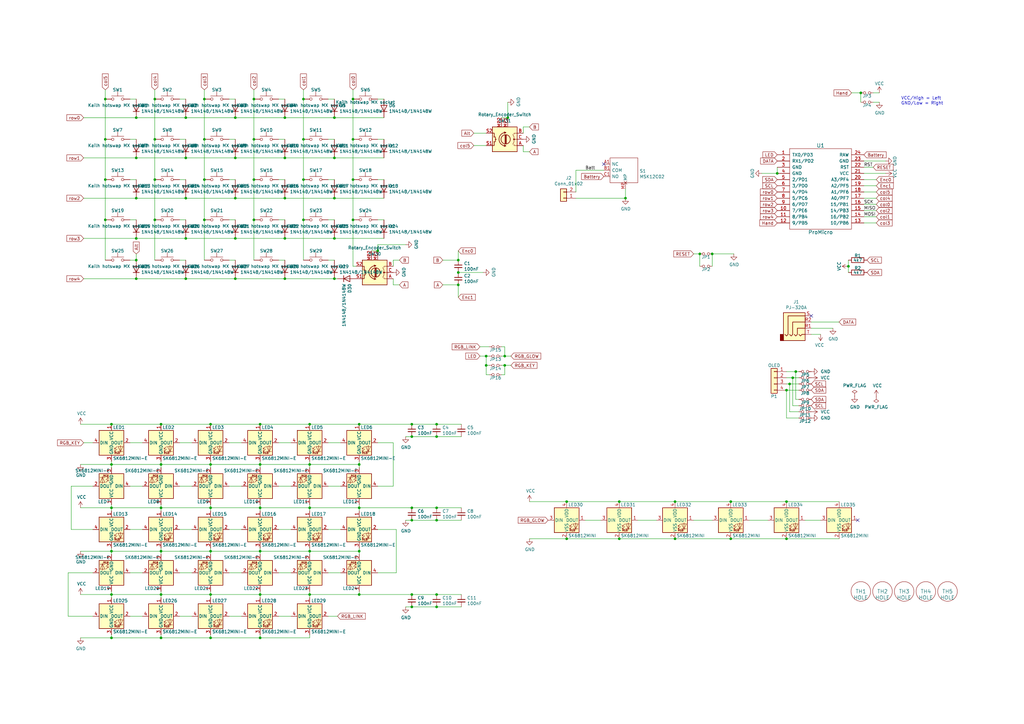
<source format=kicad_sch>
(kicad_sch (version 20211123) (generator eeschema)
  (paper "A3")
  (title_block (title "Lotus 58 Glow") (date "2021-12-17") (rev "v1.23") (company "Markus Knutsson <markus.knutsson@tweety.se>") (comment 1 "https://github.com/TweetyDaBird") (comment 2 "Licensed under CERN-OHL-S v2 or any superseding version"))
  (junction (at 124.46 57.15))
  (junction (at 55.88 106.68))
  (junction (at 66.04 261.62))
  (junction (at 137.16 97.79))
  (junction (at 66.04 208.28))
  (junction (at 106.68 243.84))
  (junction (at 322.58 160.02))
  (junction (at 276.86 205.74))
  (junction (at 322.58 205.74))
  (junction (at 86.36 208.28))
  (junction (at 96.52 114.3))
  (junction (at 144.78 57.15))
  (junction (at 168.91 248.92))
  (junction (at 106.68 190.5))
  (junction (at 63.5 90.17))
  (junction (at 86.36 173.99))
  (junction (at 83.82 90.17))
  (junction (at 187.96 116.84))
  (junction (at 179.07 248.92))
  (junction (at 116.84 64.77))
  (junction (at 137.16 64.77))
  (junction (at 45.72 173.99))
  (junction (at 347.98 109.22))
  (junction (at 276.86 220.98))
  (junction (at 66.04 243.84))
  (junction (at 55.88 114.3))
  (junction (at 179.07 173.99))
  (junction (at 187.96 111.76))
  (junction (at 86.36 261.62))
  (junction (at 116.84 48.26))
  (junction (at 116.84 81.28))
  (junction (at 208.28 48.26))
  (junction (at 124.46 40.64))
  (junction (at 63.5 57.15))
  (junction (at 179.07 208.28))
  (junction (at 104.14 40.64))
  (junction (at 76.2 81.28))
  (junction (at 43.18 57.15))
  (junction (at 147.32 226.06))
  (junction (at 55.88 48.26))
  (junction (at 63.5 40.64))
  (junction (at 154.94 102.87))
  (junction (at 55.88 81.28))
  (junction (at 144.78 73.66))
  (junction (at 76.2 64.77))
  (junction (at 104.14 90.17))
  (junction (at 66.04 173.99))
  (junction (at 45.72 208.28))
  (junction (at 76.2 48.26))
  (junction (at 55.88 97.79))
  (junction (at 299.72 220.98))
  (junction (at 147.32 208.28))
  (junction (at 106.68 173.99))
  (junction (at 63.5 73.66))
  (junction (at 43.18 40.64))
  (junction (at 55.88 64.77))
  (junction (at 179.07 179.07))
  (junction (at 116.84 114.3))
  (junction (at 147.32 243.84))
  (junction (at 45.72 226.06))
  (junction (at 45.72 261.62))
  (junction (at 96.52 64.77))
  (junction (at 287.02 104.14))
  (junction (at 43.18 73.66))
  (junction (at 256.54 81.28))
  (junction (at 168.91 213.36))
  (junction (at 168.91 208.28))
  (junction (at 353.06 38.1))
  (junction (at 76.2 114.3))
  (junction (at 83.82 73.66))
  (junction (at 127 243.84))
  (junction (at 127 208.28))
  (junction (at 45.72 243.84))
  (junction (at 207.01 146.05))
  (junction (at 116.84 97.79))
  (junction (at 66.04 190.5))
  (junction (at 86.36 226.06))
  (junction (at 187.96 106.68))
  (junction (at 127 173.99))
  (junction (at 96.52 48.26))
  (junction (at 326.39 152.4))
  (junction (at 137.16 81.28))
  (junction (at 199.39 146.05))
  (junction (at 127 190.5))
  (junction (at 137.16 48.26))
  (junction (at 124.46 73.66))
  (junction (at 137.16 114.3))
  (junction (at 127 226.06))
  (junction (at 292.1 104.14))
  (junction (at 318.77 71.12))
  (junction (at 325.12 154.94))
  (junction (at 147.32 190.5))
  (junction (at 45.72 190.5))
  (junction (at 106.68 208.28))
  (junction (at 83.82 40.64))
  (junction (at 179.07 213.36))
  (junction (at 323.85 157.48))
  (junction (at 86.36 190.5))
  (junction (at 104.14 73.66))
  (junction (at 83.82 57.15))
  (junction (at 168.91 173.99))
  (junction (at 179.07 243.84))
  (junction (at 86.36 243.84))
  (junction (at 104.14 57.15))
  (junction (at 168.91 179.07))
  (junction (at 207.01 149.86))
  (junction (at 96.52 81.28))
  (junction (at 232.41 205.74))
  (junction (at 106.68 226.06))
  (junction (at 322.58 220.98))
  (junction (at 199.39 149.86))
  (junction (at 144.78 40.64))
  (junction (at 96.52 97.79))
  (junction (at 144.78 90.17))
  (junction (at 254 220.98))
  (junction (at 106.68 261.62))
  (junction (at 299.72 205.74))
  (junction (at 254 205.74))
  (junction (at 43.18 90.17))
  (junction (at 168.91 243.84))
  (junction (at 147.32 173.99))
  (junction (at 76.2 97.79))
  (junction (at 124.46 90.17))
  (junction (at 232.41 220.98))
  (junction (at 66.04 226.06))
  (no_connect (at 351.79 213.36))
  (no_connect (at 247.65 67.31))
  (no_connect (at 332.74 129.54))
  (wire (pts (xy 299.72 220.98) (xy 322.58 220.98)))
  (wire (pts (xy 354.33 81.28) (xy 359.41 81.28)))
  (wire (pts (xy 147.32 190.5) (xy 147.32 189.23)))
  (wire (pts (xy 207.01 149.86) (xy 209.55 149.86)))
  (wire (pts (xy 322.58 152.4) (xy 326.39 152.4)))
  (wire (pts (xy 127 190.5) (xy 127 189.23)))
  (wire (pts (xy 217.17 220.98) (xy 232.41 220.98)))
  (wire (pts (xy 86.36 226.06) (xy 106.68 226.06)))
  (wire (pts (xy 127 173.99) (xy 147.32 173.99)))
  (wire (pts (xy 137.16 57.15) (xy 134.62 57.15)))
  (wire (pts (xy 168.91 208.28) (xy 179.07 208.28)))
  (wire (pts (xy 187.96 106.68) (xy 187.96 102.87)))
  (wire (pts (xy 207.01 153.67) (xy 205.74 153.67)))
  (wire (pts (xy 127 209.55) (xy 127 208.28)))
  (wire (pts (xy 114.3 40.64) (xy 116.84 40.64)))
  (wire (pts (xy 114.3 252.73) (xy 119.38 252.73)))
  (wire (pts (xy 114.3 181.61) (xy 119.38 181.61)))
  (wire (pts (xy 134.62 217.17) (xy 139.7 217.17)))
  (wire (pts (xy 73.66 199.39) (xy 78.74 199.39)))
  (wire (pts (xy 73.66 73.66) (xy 76.2 73.66)))
  (wire (pts (xy 73.66 234.95) (xy 78.74 234.95)))
  (wire (pts (xy 168.91 179.07) (xy 179.07 179.07)))
  (wire (pts (xy 86.36 208.28) (xy 86.36 209.55)))
  (wire (pts (xy 45.72 261.62) (xy 45.72 260.35)))
  (wire (pts (xy 199.39 54.61) (xy 194.31 54.61)))
  (wire (pts (xy 168.91 173.99) (xy 179.07 173.99)))
  (wire (pts (xy 322.58 205.74) (xy 344.17 205.74)))
  (wire (pts (xy 66.04 245.11) (xy 66.04 243.84)))
  (wire (pts (xy 332.74 132.08) (xy 344.17 132.08)))
  (wire (pts (xy 168.91 213.36) (xy 179.07 213.36)))
  (wire (pts (xy 147.32 208.28) (xy 147.32 209.55)))
  (wire (pts (xy 53.34 199.39) (xy 58.42 199.39)))
  (wire (pts (xy 134.62 181.61) (xy 139.7 181.61)))
  (wire (pts (xy 127 242.57) (xy 127 243.84)))
  (wire (pts (xy 27.94 234.95) (xy 27.94 252.73)))
  (wire (pts (xy 179.07 248.92) (xy 189.23 248.92)))
  (wire (pts (xy 38.1 234.95) (xy 27.94 234.95)))
  (wire (pts (xy 93.98 199.39) (xy 99.06 199.39)))
  (wire (pts (xy 34.29 114.3) (xy 55.88 114.3)))
  (wire (pts (xy 168.91 248.92) (xy 179.07 248.92)))
  (wire (pts (xy 326.39 152.4) (xy 326.39 163.83)))
  (wire (pts (xy 93.98 217.17) (xy 99.06 217.17)))
  (wire (pts (xy 162.56 217.17) (xy 162.56 234.95)))
  (wire (pts (xy 73.66 40.64) (xy 76.2 40.64)))
  (wire (pts (xy 66.04 208.28) (xy 86.36 208.28)))
  (wire (pts (xy 247.65 69.85) (xy 236.22 69.85)))
  (wire (pts (xy 200.66 153.67) (xy 199.39 153.67)))
  (wire (pts (xy 86.36 173.99) (xy 106.68 173.99)))
  (wire (pts (xy 55.88 90.17) (xy 53.34 90.17)))
  (wire (pts (xy 181.61 106.68) (xy 187.96 106.68)))
  (wire (pts (xy 96.52 106.68) (xy 93.98 106.68)))
  (wire (pts (xy 93.98 181.61) (xy 99.06 181.61)))
  (wire (pts (xy 217.17 205.74) (xy 232.41 205.74)))
  (wire (pts (xy 137.16 64.77) (xy 157.48 64.77)))
  (wire (pts (xy 83.82 57.15) (xy 83.82 73.66)))
  (wire (pts (xy 168.91 179.07) (xy 166.37 179.07)))
  (wire (pts (xy 179.07 213.36) (xy 189.23 213.36)))
  (wire (pts (xy 45.72 208.28) (xy 33.02 208.28)))
  (wire (pts (xy 127 243.84) (xy 147.32 243.84)))
  (wire (pts (xy 43.18 36.83) (xy 43.18 40.64)))
  (wire (pts (xy 93.98 40.64) (xy 96.52 40.64)))
  (wire (pts (xy 137.16 114.3) (xy 138.43 114.3)))
  (wire (pts (xy 104.14 40.64) (xy 104.14 57.15)))
  (wire (pts (xy 66.04 208.28) (xy 66.04 209.55)))
  (wire (pts (xy 104.14 36.83) (xy 104.14 40.64)))
  (wire (pts (xy 33.02 173.99) (xy 45.72 173.99)))
  (wire (pts (xy 236.22 69.85) (xy 236.22 78.74)))
  (wire (pts (xy 83.82 73.66) (xy 83.82 90.17)))
  (wire (pts (xy 34.29 181.61) (xy 38.1 181.61)))
  (wire (pts (xy 53.34 181.61) (xy 58.42 181.61)))
  (wire (pts (xy 45.72 190.5) (xy 45.72 191.77)))
  (wire (pts (xy 86.36 224.79) (xy 86.36 226.06)))
  (wire (pts (xy 209.55 146.05) (xy 207.01 146.05)))
  (wire (pts (xy 34.29 64.77) (xy 55.88 64.77)))
  (wire (pts (xy 55.88 64.77) (xy 76.2 64.77)))
  (wire (pts (xy 66.04 242.57) (xy 66.04 243.84)))
  (wire (pts (xy 53.34 73.66) (xy 55.88 73.66)))
  (wire (pts (xy 83.82 40.64) (xy 83.82 57.15)))
  (wire (pts (xy 86.36 190.5) (xy 66.04 190.5)))
  (wire (pts (xy 38.1 217.17) (xy 29.21 217.17)))
  (wire (pts (xy 318.77 71.12) (xy 312.42 71.12)))
  (wire (pts (xy 307.34 213.36) (xy 314.96 213.36)))
  (wire (pts (xy 207.01 149.86) (xy 207.01 153.67)))
  (wire (pts (xy 106.68 190.5) (xy 106.68 189.23)))
  (wire (pts (xy 45.72 227.33) (xy 45.72 226.06)))
  (wire (pts (xy 76.2 114.3) (xy 96.52 114.3)))
  (wire (pts (xy 354.33 73.66) (xy 359.41 73.66)))
  (wire (pts (xy 116.84 73.66) (xy 114.3 73.66)))
  (wire (pts (xy 55.88 104.14) (xy 55.88 106.68)))
  (wire (pts (xy 45.72 208.28) (xy 45.72 209.55)))
  (wire (pts (xy 327.66 152.4) (xy 326.39 152.4)))
  (wire (pts (xy 154.94 73.66) (xy 157.48 73.66)))
  (wire (pts (xy 327.66 154.94) (xy 325.12 154.94)))
  (wire (pts (xy 322.58 160.02) (xy 327.66 160.02)))
  (wire (pts (xy 83.82 90.17) (xy 83.82 106.68)))
  (wire (pts (xy 86.36 190.5) (xy 106.68 190.5)))
  (wire (pts (xy 53.34 252.73) (xy 58.42 252.73)))
  (wire (pts (xy 163.83 116.84) (xy 161.29 116.84)))
  (wire (pts (xy 106.68 208.28) (xy 106.68 209.55)))
  (wire (pts (xy 45.72 189.23) (xy 45.72 190.5)))
  (wire (pts (xy 208.28 41.91) (xy 208.28 48.26)))
  (wire (pts (xy 332.74 134.62) (xy 341.63 134.62)))
  (wire (pts (xy 76.2 81.28) (xy 96.52 81.28)))
  (wire (pts (xy 55.88 97.79) (xy 76.2 97.79)))
  (wire (pts (xy 318.77 68.58) (xy 318.77 71.12)))
  (wire (pts (xy 104.14 73.66) (xy 104.14 90.17)))
  (wire (pts (xy 205.74 149.86) (xy 207.01 149.86)))
  (wire (pts (xy 161.29 116.84) (xy 161.29 114.3)))
  (wire (pts (xy 187.96 121.92) (xy 187.96 116.84)))
  (wire (pts (xy 199.39 146.05) (xy 200.66 146.05)))
  (wire (pts (xy 199.39 59.69) (xy 194.31 59.69)))
  (wire (pts (xy 322.58 220.98) (xy 344.17 220.98)))
  (wire (pts (xy 124.46 90.17) (xy 124.46 106.68)))
  (wire (pts (xy 276.86 220.98) (xy 299.72 220.98)))
  (wire (pts (xy 45.72 207.01) (xy 45.72 208.28)))
  (wire (pts (xy 217.17 52.07) (xy 214.63 52.07)))
  (wire (pts (xy 207.01 142.24) (xy 207.01 146.05)))
  (wire (pts (xy 196.85 142.24) (xy 200.66 142.24)))
  (wire (pts (xy 166.37 100.33) (xy 154.94 100.33)))
  (wire (pts (xy 83.82 36.83) (xy 83.82 40.64)))
  (wire (pts (xy 354.33 71.12) (xy 363.22 71.12)))
  (wire (pts (xy 76.2 64.77) (xy 96.52 64.77)))
  (wire (pts (xy 124.46 40.64) (xy 124.46 57.15)))
  (wire (pts (xy 66.04 261.62) (xy 45.72 261.62)))
  (wire (pts (xy 104.14 57.15) (xy 104.14 73.66)))
  (wire (pts (xy 276.86 205.74) (xy 299.72 205.74)))
  (wire (pts (xy 284.48 213.36) (xy 292.1 213.36)))
  (wire (pts (xy 154.94 90.17) (xy 157.48 90.17)))
  (wire (pts (xy 106.68 190.5) (xy 127 190.5)))
  (wire (pts (xy 27.94 252.73) (xy 38.1 252.73)))
  (wire (pts (xy 254 220.98) (xy 276.86 220.98)))
  (wire (pts (xy 144.78 40.64) (xy 144.78 57.15)))
  (wire (pts (xy 261.62 213.36) (xy 269.24 213.36)))
  (wire (pts (xy 147.32 173.99) (xy 168.91 173.99)))
  (wire (pts (xy 354.33 76.2) (xy 359.41 76.2)))
  (wire (pts (xy 106.68 261.62) (xy 86.36 261.62)))
  (wire (pts (xy 114.3 90.17) (xy 116.84 90.17)))
  (wire (pts (xy 124.46 57.15) (xy 124.46 73.66)))
  (wire (pts (xy 86.36 261.62) (xy 86.36 260.35)))
  (wire (pts (xy 76.2 57.15) (xy 73.66 57.15)))
  (wire (pts (xy 106.68 243.84) (xy 106.68 242.57)))
  (wire (pts (xy 147.32 208.28) (xy 168.91 208.28)))
  (wire (pts (xy 354.33 66.04) (xy 363.22 66.04)))
  (wire (pts (xy 73.66 217.17) (xy 78.74 217.17)))
  (wire (pts (xy 96.52 97.79) (xy 116.84 97.79)))
  (wire (pts (xy 86.36 245.11) (xy 86.36 243.84)))
  (wire (pts (xy 287.02 104.14) (xy 287.02 109.22)))
  (wire (pts (xy 124.46 73.66) (xy 124.46 90.17)))
  (wire (pts (xy 154.94 234.95) (xy 162.56 234.95)))
  (wire (pts (xy 106.68 226.06) (xy 127 226.06)))
  (wire (pts (xy 63.5 36.83) (xy 63.5 40.64)))
  (wire (pts (xy 33.02 243.84) (xy 45.72 243.84)))
  (wire (pts (xy 208.28 48.26) (xy 205.74 48.26)))
  (wire (pts (xy 104.14 90.17) (xy 104.14 106.68)))
  (wire (pts (xy 152.4 102.87) (xy 154.94 102.87)))
  (wire (pts (xy 240.03 213.36) (xy 246.38 213.36)))
  (wire (pts (xy 106.68 245.11) (xy 106.68 243.84)))
  (wire (pts (xy 34.29 97.79) (xy 55.88 97.79)))
  (wire (pts (xy 53.34 234.95) (xy 58.42 234.95)))
  (wire (pts (xy 137.16 106.68) (xy 134.62 106.68)))
  (wire (pts (xy 93.98 57.15) (xy 96.52 57.15)))
  (wire (pts (xy 147.32 224.79) (xy 147.32 226.06)))
  (wire (pts (xy 114.3 234.95) (xy 119.38 234.95)))
  (wire (pts (xy 116.84 106.68) (xy 114.3 106.68)))
  (wire (pts (xy 86.36 190.5) (xy 86.36 191.77)))
  (wire (pts (xy 127 261.62) (xy 106.68 261.62)))
  (wire (pts (xy 33.02 226.06) (xy 45.72 226.06)))
  (wire (pts (xy 147.32 208.28) (xy 147.32 207.01)))
  (wire (pts (xy 106.68 191.77) (xy 106.68 190.5)))
  (wire (pts (xy 154.94 40.64) (xy 157.48 40.64)))
  (wire (pts (xy 147.32 190.5) (xy 147.32 191.77)))
  (wire (pts (xy 360.68 41.91) (xy 358.14 41.91)))
  (wire (pts (xy 127 191.77) (xy 127 190.5)))
  (wire (pts (xy 354.33 83.82) (xy 359.41 83.82)))
  (wire (pts (xy 299.72 205.74) (xy 322.58 205.74)))
  (wire (pts (xy 93.98 234.95) (xy 99.06 234.95)))
  (wire (pts (xy 217.17 62.23) (xy 214.63 62.23)))
  (wire (pts (xy 181.61 116.84) (xy 187.96 116.84)))
  (wire (pts (xy 66.04 173.99) (xy 86.36 173.99)))
  (wire (pts (xy 168.91 248.92) (xy 166.37 248.92)))
  (wire (pts (xy 127 226.06) (xy 147.32 226.06)))
  (wire (pts (xy 353.06 41.91) (xy 353.06 38.1)))
  (wire (pts (xy 86.36 208.28) (xy 86.36 207.01)))
  (wire (pts (xy 187.96 111.76) (xy 198.12 111.76)))
  (wire (pts (xy 354.33 88.9) (xy 359.41 88.9)))
  (wire (pts (xy 73.66 252.73) (xy 78.74 252.73)))
  (wire (pts (xy 29.21 217.17) (xy 29.21 199.39)))
  (wire (pts (xy 168.91 243.84) (xy 179.07 243.84)))
  (wire (pts (xy 284.48 104.14) (xy 287.02 104.14)))
  (wire (pts (xy 214.63 52.07) (xy 214.63 54.61)))
  (wire (pts (xy 55.88 114.3) (xy 76.2 114.3)))
  (wire (pts (xy 93.98 252.73) (xy 99.06 252.73)))
  (wire (pts (xy 66.04 261.62) (xy 66.04 260.35)))
  (wire (pts (xy 137.16 40.64) (xy 134.62 40.64)))
  (wire (pts (xy 45.72 190.5) (xy 33.02 190.5)))
  (wire (pts (xy 96.52 90.17) (xy 93.98 90.17)))
  (wire (pts (xy 116.84 64.77) (xy 137.16 64.77)))
  (wire (pts (xy 256.54 81.28) (xy 256.54 77.47)))
  (wire (pts (xy 137.16 81.28) (xy 157.48 81.28)))
  (wire (pts (xy 66.04 190.5) (xy 66.04 189.23)))
  (wire (pts (xy 354.33 91.44) (xy 359.41 91.44)))
  (wire (pts (xy 45.72 173.99) (xy 66.04 173.99)))
  (wire (pts (xy 34.29 48.26) (xy 55.88 48.26)))
  (wire (pts (xy 154.94 100.33) (xy 154.94 102.87)))
  (wire (pts (xy 144.78 73.66) (xy 144.78 90.17)))
  (wire (pts (xy 127 245.11) (xy 127 243.84)))
  (wire (pts (xy 347.98 109.22) (xy 347.98 111.76)))
  (wire (pts (xy 349.25 38.1) (xy 353.06 38.1)))
  (wire (pts (xy 292.1 104.14) (xy 292.1 109.22)))
  (wire (pts (xy 157.48 57.15) (xy 154.94 57.15)))
  (wire (pts (xy 45.72 190.5) (xy 66.04 190.5)))
  (wire (pts (xy 106.68 224.79) (xy 106.68 226.06)))
  (wire (pts (xy 66.04 224.79) (xy 66.04 226.06)))
  (wire (pts (xy 127 190.5) (xy 147.32 190.5)))
  (wire (pts (xy 147.32 243.84) (xy 147.32 242.57)))
  (wire (pts (xy 96.52 114.3) (xy 116.84 114.3)))
  (wire (pts (xy 116.84 81.28) (xy 137.16 81.28)))
  (wire (pts (xy 106.68 208.28) (xy 127 208.28)))
  (wire (pts (xy 127 261.62) (xy 127 260.35)))
  (wire (pts (xy 354.33 68.58) (xy 358.14 68.58)))
  (wire (pts (xy 199.39 153.67) (xy 199.39 149.86)))
  (wire (pts (xy 127 208.28) (xy 127 207.01)))
  (wire (pts (xy 254 205.74) (xy 276.86 205.74)))
  (wire (pts (xy 147.32 243.84) (xy 168.91 243.84)))
  (wire (pts (xy 347.98 106.68) (xy 347.98 109.22)))
  (wire (pts (xy 154.94 217.17) (xy 162.56 217.17)))
  (wire (pts (xy 161.29 181.61) (xy 161.29 199.39)))
  (wire (pts (xy 96.52 81.28) (xy 116.84 81.28)))
  (wire (pts (xy 86.36 189.23) (xy 86.36 190.5)))
  (wire (pts (xy 179.07 173.99) (xy 189.23 173.99)))
  (wire (pts (xy 199.39 146.05) (xy 199.39 149.86)))
  (wire (pts (xy 96.52 48.26) (xy 116.84 48.26)))
  (wire (pts (xy 63.5 90.17) (xy 63.5 106.68)))
  (wire (pts (xy 66.04 208.28) (xy 66.04 207.01)))
  (wire (pts (xy 66.04 191.77) (xy 66.04 190.5)))
  (wire (pts (xy 179.07 243.84) (xy 189.23 243.84)))
  (wire (pts (xy 86.36 227.33) (xy 86.36 226.06)))
  (wire (pts (xy 138.43 252.73) (xy 134.62 252.73)))
  (wire (pts (xy 207.01 146.05) (xy 205.74 146.05)))
  (wire (pts (xy 73.66 181.61) (xy 78.74 181.61)))
  (wire (pts (xy 163.83 106.68) (xy 161.29 106.68)))
  (wire (pts (xy 127 208.28) (xy 147.32 208.28)))
  (wire (pts (xy 300.99 104.14) (xy 292.1 104.14)))
  (wire (pts (xy 168.91 213.36) (xy 166.37 213.36)))
  (wire (pts (xy 86.36 243.84) (xy 86.36 242.57)))
  (wire (pts (xy 332.74 137.16) (xy 336.55 137.16)))
  (wire (pts (xy 76.2 48.26) (xy 96.52 48.26)))
  (wire (pts (xy 53.34 217.17) (xy 58.42 217.17)))
  (wire (pts (xy 45.72 242.57) (xy 45.72 243.84)))
  (wire (pts (xy 358.14 38.1) (xy 360.68 38.1)))
  (wire (pts (xy 196.85 146.05) (xy 199.39 146.05)))
  (wire (pts (xy 43.18 57.15) (xy 43.18 73.66)))
  (wire (pts (xy 154.94 199.39) (xy 161.29 199.39)))
  (wire (pts (xy 134.62 234.95) (xy 139.7 234.95)))
  (wire (pts (xy 45.72 245.11) (xy 45.72 243.84)))
  (wire (pts (xy 86.36 208.28) (xy 106.68 208.28)))
  (wire (pts (xy 66.04 243.84) (xy 86.36 243.84)))
  (wire (pts (xy 43.18 90.17) (xy 43.18 106.68)))
  (wire (pts (xy 66.04 226.06) (xy 86.36 226.06)))
  (wire (pts (xy 114.3 199.39) (xy 119.38 199.39)))
  (wire (pts (xy 124.46 36.83) (xy 124.46 40.64)))
  (wire (pts (xy 144.78 57.15) (xy 144.78 73.66)))
  (wire (pts (xy 144.78 36.83) (xy 144.78 40.64)))
  (wire (pts (xy 144.78 90.17) (xy 144.78 109.22)))
  (wire (pts (xy 86.36 261.62) (xy 66.04 261.62)))
  (wire (pts (xy 137.16 48.26) (xy 157.48 48.26)))
  (wire (pts (xy 106.68 173.99) (xy 127 173.99)))
  (wire (pts (xy 106.68 261.62) (xy 106.68 260.35)))
  (wire (pts (xy 55.88 48.26) (xy 76.2 48.26)))
  (wire (pts (xy 323.85 157.48) (xy 327.66 157.48)))
  (wire (pts (xy 137.16 97.79) (xy 157.48 97.79)))
  (wire (pts (xy 106.68 243.84) (xy 127 243.84)))
  (wire (pts (xy 76.2 97.79) (xy 96.52 97.79)))
  (wire (pts (xy 127 227.33) (xy 127 226.06)))
  (wire (pts (xy 76.2 90.17) (xy 73.66 90.17)))
  (wire (pts (xy 29.21 199.39) (xy 38.1 199.39)))
  (wire (pts (xy 45.72 261.62) (xy 33.02 261.62)))
  (wire (pts (xy 325.12 154.94) (xy 325.12 166.37)))
  (wire (pts (xy 323.85 168.91) (xy 323.85 157.48)))
  (wire (pts (xy 179.07 208.28) (xy 189.23 208.28)))
  (wire (pts (xy 232.41 220.98) (xy 254 220.98)))
  (wire (pts (xy 45.72 226.06) (xy 66.04 226.06)))
  (wire (pts (xy 322.58 171.45) (xy 327.66 171.45)))
  (wire (pts (xy 322.58 160.02) (xy 322.58 171.45)))
  (wire (pts (xy 63.5 73.66) (xy 63.5 90.17)))
  (wire (pts (xy 161.29 106.68) (xy 161.29 109.22)))
  (wire (pts (xy 114.3 217.17) (xy 119.38 217.17)))
  (wire (pts (xy 137.16 73.66) (xy 134.62 73.66)))
  (wire (pts (xy 144.78 109.22) (xy 146.05 109.22)))
  (wire (pts (xy 76.2 106.68) (xy 73.66 106.68)))
  (wire (pts (xy 322.58 154.94) (xy 325.12 154.94)))
  (wire (pts (xy 55.88 57.15) (xy 53.34 57.15)))
  (wire (pts (xy 354.33 86.36) (xy 359.41 86.36)))
  (wire (pts (xy 327.66 163.83) (xy 326.39 163.83)))
  (wire (pts (xy 327.66 168.91) (xy 323.85 168.91)))
  (wire (pts (xy 106.68 226.06) (xy 106.68 227.33)))
  (wire (pts (xy 116.84 57.15) (xy 114.3 57.15)))
  (wire (pts (xy 93.98 73.66) (xy 96.52 73.66)))
  (wire (pts (xy 330.2 213.36) (xy 336.55 213.36)))
  (wire (pts (xy 55.88 40.64) (xy 53.34 40.64)))
  (wire (pts (xy 154.94 181.61) (xy 161.29 181.61)))
  (wire (pts (xy 86.36 243.84) (xy 106.68 243.84)))
  (wire (pts (xy 127 224.79) (xy 127 226.06)))
  (wire (pts (xy 116.84 114.3) (xy 137.16 114.3)))
  (wire (pts (xy 55.88 81.28) (xy 76.2 81.28)))
  (wire (pts (xy 137.16 90.17) (xy 134.62 90.17)))
  (wire (pts (xy 116.84 97.79) (xy 137.16 97.79)))
  (wire (pts (xy 45.72 208.28) (xy 66.04 208.28)))
  (wire (pts (xy 63.5 40.64) (xy 63.5 57.15)))
  (wire (pts (xy 34.29 81.28) (xy 55.88 81.28)))
  (wire (pts (xy 66.04 226.06) (xy 66.04 227.33)))
  (wire (pts (xy 45.72 243.84) (xy 66.04 243.84)))
  (wire (pts (xy 106.68 208.28) (xy 106.68 207.01)))
  (wire (pts (xy 236.22 81.28) (xy 256.54 81.28)))
  (wire (pts (xy 199.39 149.86) (xy 200.66 149.86)))
  (wire (pts (xy 96.52 64.77) (xy 116.84 64.77)))
  (wire (pts (xy 214.63 62.23) (xy 214.63 59.69)))
  (wire (pts (xy 205.74 142.24) (xy 207.01 142.24)))
  (wire (pts (xy 325.12 166.37) (xy 327.66 166.37)))
  (wire (pts (xy 45.72 224.79) (xy 45.72 226.06)))
  (wire (pts (xy 354.33 78.74) (xy 359.41 78.74)))
  (wire (pts (xy 232.41 205.74) (xy 254 205.74)))
  (wire (pts (xy 179.07 179.07) (xy 189.23 179.07)))
  (wire (pts (xy 53.34 106.68) (xy 55.88 106.68)))
  (wire (pts (xy 322.58 157.48) (xy 323.85 157.48)))
  (wire (pts (xy 147.32 226.06) (xy 147.32 227.33)))
  (wire (pts (xy 43.18 40.64) (xy 43.18 57.15)))
  (wire (pts (xy 116.84 48.26) (xy 137.16 48.26)))
  (wire (pts (xy 63.5 57.15) (xy 63.5 73.66)))
  (wire (pts (xy 43.18 73.66) (xy 43.18 90.17)))
  (wire (pts (xy 134.62 199.39) (xy 139.7 199.39)))
  (text "VCC/High = Left\nGND/Low = Right" (at 369.57 43.18 0) (effects (font (size 1.27 1.27)) (justify left bottom)))
  (label "MOSI" (at 354.33 88.9 0))
  (label "SCK" (at 354.33 83.82 0))
  (label "Batt" (at 240.03 69.85 0))
  (label "RST" (at 354.33 68.58 0))
  (label "MISO" (at 354.33 86.36 0))
  (global_label "A" (shape input) (at 181.61 116.84 180) (property "Intersheet References" "${INTERSHEET_REFS}" (effects hide)))
  (global_label "Alt" (shape input) (at 55.88 104.14 90) (property "Intersheet References" "${INTERSHEET_REFS}" (effects hide)))
  (global_label "col2" (shape input) (at 359.41 86.36 0) (property "Intersheet References" "${INTERSHEET_REFS}" (effects hide)))
  (global_label "RESET" (shape input) (at 284.48 104.14 180) (property "Intersheet References" "${INTERSHEET_REFS}" (effects hide)))
  (global_label "row2" (shape input) (at 318.77 83.82 180) (property "Intersheet References" "${INTERSHEET_REFS}" (effects hide)))
  (global_label "RESET" (shape input) (at 358.14 68.58 0) (property "Intersheet References" "${INTERSHEET_REFS}" (effects hide)))
  (global_label "col4" (shape input) (at 63.5 36.83 90) (property "Intersheet References" "${INTERSHEET_REFS}" (effects hide)))
  (global_label "row1" (shape input) (at 318.77 81.28 180) (property "Intersheet References" "${INTERSHEET_REFS}" (effects hide)))
  (global_label "RGB_GLOW" (shape input) (at 224.79 213.36 180) (property "Intersheet References" "${INTERSHEET_REFS}" (effects hide)))
  (global_label "SCL" (shape input) (at 355.6 106.68 0) (property "Intersheet References" "${INTERSHEET_REFS}" (effects hide)))
  (global_label "Battery" (shape input) (at 354.33 63.5 0) (property "Intersheet References" "${INTERSHEET_REFS}" (effects hide)))
  (global_label "RGB_GLOW" (shape input) (at 209.55 146.05 0) (property "Intersheet References" "${INTERSHEET_REFS}" (effects hide)))
  (global_label "SDA" (shape input) (at 355.6 111.76 0) (property "Intersheet References" "${INTERSHEET_REFS}" (effects hide)))
  (global_label "Enc1" (shape input) (at 187.96 121.92 0) (property "Intersheet References" "${INTERSHEET_REFS}" (effects hide)))
  (global_label "RGB_KEY" (shape input) (at 209.55 149.86 0) (property "Intersheet References" "${INTERSHEET_REFS}" (effects hide)))
  (global_label "RGB_LINK" (shape input) (at 196.85 142.24 180) (property "Intersheet References" "${INTERSHEET_REFS}" (effects hide)))
  (global_label "row3" (shape input) (at 34.29 97.79 180) (property "Intersheet References" "${INTERSHEET_REFS}" (effects hide)))
  (global_label "SDA" (shape input) (at 332.74 163.83 0) (property "Intersheet References" "${INTERSHEET_REFS}" (effects hide)))
  (global_label "row3" (shape input) (at 318.77 86.36 180) (property "Intersheet References" "${INTERSHEET_REFS}" (effects hide)))
  (global_label "SCL" (shape input) (at 318.77 76.2 180) (property "Intersheet References" "${INTERSHEET_REFS}" (effects hide)))
  (global_label "SDA" (shape input) (at 332.74 160.02 0) (property "Intersheet References" "${INTERSHEET_REFS}" (effects hide)))
  (global_label "Enc0" (shape input) (at 359.41 73.66 0) (property "Intersheet References" "${INTERSHEET_REFS}" (effects hide)))
  (global_label "col4" (shape input) (at 359.41 81.28 0) (property "Intersheet References" "${INTERSHEET_REFS}" (effects hide)))
  (global_label "row1" (shape input) (at 34.29 64.77 180) (property "Intersheet References" "${INTERSHEET_REFS}" (effects hide)))
  (global_label "SCL" (shape input) (at 332.74 166.37 0) (property "Intersheet References" "${INTERSHEET_REFS}" (effects hide)))
  (global_label "RGB_LINK" (shape input) (at 138.43 252.73 0) (property "Intersheet References" "${INTERSHEET_REFS}" (effects hide)))
  (global_label "row2" (shape input) (at 34.29 81.28 180) (property "Intersheet References" "${INTERSHEET_REFS}" (effects hide)))
  (global_label "A" (shape input) (at 217.17 62.23 0) (property "Intersheet References" "${INTERSHEET_REFS}" (effects hide)))
  (global_label "col5" (shape input) (at 194.31 59.69 180) (property "Intersheet References" "${INTERSHEET_REFS}" (effects hide)))
  (global_label "col5" (shape input) (at 43.18 36.83 90) (property "Intersheet References" "${INTERSHEET_REFS}" (effects hide)))
  (global_label "col0" (shape input) (at 359.41 83.82 0) (property "Intersheet References" "${INTERSHEET_REFS}" (effects hide)))
  (global_label "col3" (shape input) (at 83.82 36.83 90) (property "Intersheet References" "${INTERSHEET_REFS}" (effects hide)))
  (global_label "Battery" (shape input) (at 247.65 72.39 180) (property "Intersheet References" "${INTERSHEET_REFS}" (effects hide)))
  (global_label "LED" (shape input) (at 318.77 63.5 180) (property "Intersheet References" "${INTERSHEET_REFS}" (effects hide)))
  (global_label "SCL" (shape input) (at 332.74 157.48 0) (property "Intersheet References" "${INTERSHEET_REFS}" (effects hide)))
  (global_label "Hand" (shape input) (at 318.77 91.44 180) (property "Intersheet References" "${INTERSHEET_REFS}" (effects hide)))
  (global_label "A" (shape input) (at 163.83 116.84 0) (property "Intersheet References" "${INTERSHEET_REFS}" (effects hide)))
  (global_label "row0" (shape input) (at 34.29 48.26 180) (property "Intersheet References" "${INTERSHEET_REFS}" (effects hide)))
  (global_label "SDA" (shape input) (at 318.77 73.66 180) (property "Intersheet References" "${INTERSHEET_REFS}" (effects hide)))
  (global_label "RGB_KEY" (shape input) (at 34.29 181.61 180) (property "Intersheet References" "${INTERSHEET_REFS}" (effects hide)))
  (global_label "Alt" (shape input) (at 194.31 54.61 180) (property "Intersheet References" "${INTERSHEET_REFS}" (effects hide)))
  (global_label "B" (shape input) (at 181.61 106.68 180) (property "Intersheet References" "${INTERSHEET_REFS}" (effects hide)))
  (global_label "col5" (shape input) (at 359.41 78.74 0) (property "Intersheet References" "${INTERSHEET_REFS}" (effects hide)))
  (global_label "DATA" (shape input) (at 344.17 132.08 0) (property "Intersheet References" "${INTERSHEET_REFS}" (effects hide)))
  (global_label "Enc0" (shape input) (at 187.96 102.87 0) (property "Intersheet References" "${INTERSHEET_REFS}" (effects hide)))
  (global_label "row4" (shape input) (at 34.29 114.3 180) (property "Intersheet References" "${INTERSHEET_REFS}" (effects hide)))
  (global_label "row0" (shape input) (at 318.77 78.74 180) (property "Intersheet References" "${INTERSHEET_REFS}" (effects hide)))
  (global_label "B" (shape input) (at 217.17 52.07 0) (property "Intersheet References" "${INTERSHEET_REFS}" (effects hide)))
  (global_label "B" (shape input) (at 163.83 106.68 0) (property "Intersheet References" "${INTERSHEET_REFS}" (effects hide)))
  (global_label "col1" (shape input) (at 359.41 88.9 0) (property "Intersheet References" "${INTERSHEET_REFS}" (effects hide)))
  (global_label "col1" (shape input) (at 124.46 36.83 90) (property "Intersheet References" "${INTERSHEET_REFS}" (effects hide)))
  (global_label "col0" (shape input) (at 144.78 36.83 90) (property "Intersheet References" "${INTERSHEET_REFS}" (effects hide)))
  (global_label "Hand" (shape input) (at 349.25 38.1 180) (property "Intersheet References" "${INTERSHEET_REFS}" (effects hide)))
  (global_label "col2" (shape input) (at 104.14 36.83 90) (property "Intersheet References" "${INTERSHEET_REFS}" (effects hide)))
  (global_label "DATA" (shape input) (at 318.77 66.04 180) (property "Intersheet References" "${INTERSHEET_REFS}" (effects hide)))
  (global_label "row4" (shape input) (at 318.77 88.9 180) (property "Intersheet References" "${INTERSHEET_REFS}" (effects hide)))
  (global_label "Enc1" (shape input) (at 359.41 76.2 0) (property "Intersheet References" "${INTERSHEET_REFS}" (effects hide)))
  (global_label "col3" (shape input) (at 359.41 91.44 0) (property "Intersheet References" "${INTERSHEET_REFS}" (effects hide)))
  (global_label "LED" (shape input) (at 196.85 146.05 180) (property "Intersheet References" "${INTERSHEET_REFS}" (effects hide)))
  (symbol (lib_id "keebio:ProMicro") (at 336.55 77.47 0) (unit 1)
    (property "Reference" "U1" (at 336.55 59.69 0) (effects (font (size 1.524 1.524))))
    (property "Value" "ProMicro" (at 336.55 95.25 0) (effects (font (size 1.524 1.524))))
    (property "Footprint" "Keyboard Library:ProMicro_Reversible" (effects hide))
  )
  (symbol (lib_id "Switch:SW_Push") (at 48.26 106.68 0) (unit 1)
    (property "Reference" "SW25" (at 48.26 102.87 0))
    (property "Value" "Kailh hotswap MX socket" (at 48.26 109.22 0))
    (property "Footprint" "keyswitches:Kailh_socket_MX_reversible_RGB" (effects hide))
  )
  (symbol (lib_id "Switch:SW_Push") (at 68.58 106.68 0) (unit 1)
    (property "Reference" "SW26" (at 68.58 102.87 0))
    (property "Value" "Kailh hotswap MX socket" (at 68.58 109.22 0))
    (property "Footprint" "keyswitches:Kailh_socket_MX_reversible_RGB" (effects hide))
  )
  (symbol (lib_id "Switch:SW_Push") (at 48.26 40.64 0) (unit 1)
    (property "Reference" "SW1" (at 48.26 36.83 0))
    (property "Value" "Kailh hotswap MX socket" (at 48.26 43.18 0))
    (property "Footprint" "keyswitches:Kailh_socket_MX_reversible_RGB" (effects hide))
  )
  (symbol (lib_id "Device:D") (at 55.88 44.45 90) (unit 1)
    (property "Reference" "D1" (at 57.8866 43.2816 90) (effects (justify right)))
    (property "Value" "1N4148/1N4148W" (at 57.8866 45.593 90) (effects (justify right)))
    (property "Footprint" "Keyboard Library:Diode_DO35_SOD123" (effects hide))
  )
  (symbol (lib_id "Switch:SW_Push") (at 68.58 40.64 0) (unit 1)
    (property "Reference" "SW2" (at 68.58 36.83 0))
    (property "Value" "Kailh hotswap MX socket" (at 68.58 43.18 0))
    (property "Footprint" "keyswitches:Kailh_socket_MX_reversible_RGB" (effects hide))
  )
  (symbol (lib_id "Device:D") (at 76.2 44.45 90) (unit 1)
    (property "Reference" "D2" (at 78.2066 43.2816 90) (effects (justify right)))
    (property "Value" "1N4148/1N4148W" (at 78.2066 45.593 90) (effects (justify right)))
    (property "Footprint" "Keyboard Library:Diode_DO35_SOD123" (effects hide))
  )
  (symbol (lib_id "Switch:SW_Push") (at 88.9 40.64 0) (unit 1)
    (property "Reference" "SW3" (at 88.9 36.83 0))
    (property "Value" "Kailh hotswap MX socket" (at 88.9 43.18 0))
    (property "Footprint" "keyswitches:Kailh_socket_MX_reversible_RGB" (effects hide))
  )
  (symbol (lib_id "Device:D") (at 96.52 44.45 90) (unit 1)
    (property "Reference" "D3" (at 98.5266 43.2816 90) (effects (justify right)))
    (property "Value" "1N4148/1N4148W" (at 98.5266 45.593 90) (effects (justify right)))
    (property "Footprint" "Keyboard Library:Diode_DO35_SOD123" (effects hide))
  )
  (symbol (lib_id "Switch:SW_Push") (at 109.22 40.64 0) (unit 1)
    (property "Reference" "SW4" (at 109.22 36.83 0))
    (property "Value" "Kailh hotswap MX socket" (at 109.22 43.18 0))
    (property "Footprint" "keyswitches:Kailh_socket_MX_reversible_RGB" (effects hide))
  )
  (symbol (lib_id "Device:D") (at 116.84 44.45 90) (unit 1)
    (property "Reference" "D4" (at 118.8466 43.2816 90) (effects (justify right)))
    (property "Value" "1N4148/1N4148W" (at 118.8466 45.593 90) (effects (justify right)))
    (property "Footprint" "Keyboard Library:Diode_DO35_SOD123" (effects hide))
  )
  (symbol (lib_id "Switch:SW_Push") (at 129.54 40.64 0) (unit 1)
    (property "Reference" "SW5" (at 129.54 36.83 0))
    (property "Value" "Kailh hotswap MX socket" (at 129.54 43.18 0))
    (property "Footprint" "keyswitches:Kailh_socket_MX_reversible_RGB" (effects hide))
  )
  (symbol (lib_id "Device:D") (at 137.16 44.45 90) (unit 1)
    (property "Reference" "D5" (at 139.1666 43.2816 90) (effects (justify right)))
    (property "Value" "1N4148/1N4148W" (at 139.1666 45.593 90) (effects (justify right)))
    (property "Footprint" "Keyboard Library:Diode_DO35_SOD123" (effects hide))
  )
  (symbol (lib_id "Switch:SW_Push") (at 149.86 40.64 0) (unit 1)
    (property "Reference" "SW6" (at 149.86 36.83 0))
    (property "Value" "Kailh hotswap MX socket" (at 149.86 41.91 0))
    (property "Footprint" "keyswitches:Kailh_socket_MX_reversible_RGB" (effects hide))
  )
  (symbol (lib_id "Device:D") (at 157.48 44.45 90) (unit 1)
    (property "Reference" "D6" (at 159.4866 43.2816 90) (effects (justify right)))
    (property "Value" "1N4148/1N4148W" (at 159.4866 45.593 90) (effects (justify right)))
    (property "Footprint" "Keyboard Library:Diode_DO35_SOD123" (effects hide))
  )
  (symbol (lib_id "Switch:SW_Push") (at 68.58 57.15 0) (unit 1)
    (property "Reference" "SW8" (at 68.58 53.34 0))
    (property "Value" "Kailh hotswap MX socket" (at 68.58 59.69 0))
    (property "Footprint" "keyswitches:Kailh_socket_MX_reversible_RGB" (effects hide))
  )
  (symbol (lib_id "Switch:SW_Push") (at 88.9 57.15 0) (unit 1)
    (property "Reference" "SW9" (at 88.9 53.34 0))
    (property "Value" "Kailh hotswap MX socket" (at 88.9 59.69 0))
    (property "Footprint" "keyswitches:Kailh_socket_MX_reversible_RGB" (effects hide))
  )
  (symbol (lib_id "Switch:SW_Push") (at 109.22 57.15 0) (unit 1)
    (property "Reference" "SW10" (at 109.22 53.34 0))
    (property "Value" "Kailh hotswap MX socket" (at 109.22 59.69 0))
    (property "Footprint" "keyswitches:Kailh_socket_MX_reversible_RGB" (effects hide))
  )
  (symbol (lib_id "Switch:SW_Push") (at 129.54 57.15 0) (unit 1)
    (property "Reference" "SW11" (at 129.54 53.34 0))
    (property "Value" "Kailh hotswap MX socket" (at 129.54 59.69 0))
    (property "Footprint" "keyswitches:Kailh_socket_MX_reversible_RGB" (effects hide))
  )
  (symbol (lib_id "Switch:SW_Push") (at 149.86 57.15 0) (unit 1)
    (property "Reference" "SW12" (at 149.86 53.34 0))
    (property "Value" "Kailh hotswap MX socket" (at 149.86 59.69 0))
    (property "Footprint" "keyswitches:Kailh_socket_MX_reversible_RGB" (effects hide))
  )
  (symbol (lib_id "Switch:SW_Push") (at 48.26 57.15 0) (unit 1)
    (property "Reference" "SW7" (at 48.26 53.34 0))
    (property "Value" "Kailh hotswap MX socket" (at 48.26 59.69 0))
    (property "Footprint" "keyswitches:Kailh_socket_MX_reversible_RGB" (effects hide))
  )
  (symbol (lib_id "Device:D") (at 55.88 60.96 90) (unit 1)
    (property "Reference" "D7" (at 57.8866 59.7916 90) (effects (justify right)))
    (property "Value" "1N4148/1N4148W" (at 57.8866 62.103 90) (effects (justify right)))
    (property "Footprint" "Keyboard Library:Diode_DO35_SOD123" (effects hide))
  )
  (symbol (lib_id "Device:D") (at 76.2 60.96 90) (unit 1)
    (property "Reference" "D8" (at 78.2066 59.7916 90) (effects (justify right)))
    (property "Value" "1N4148/1N4148W" (at 78.2066 62.103 90) (effects (justify right)))
    (property "Footprint" "Keyboard Library:Diode_DO35_SOD123" (effects hide))
  )
  (symbol (lib_id "Device:D") (at 96.52 60.96 90) (unit 1)
    (property "Reference" "D9" (at 98.5266 59.7916 90) (effects (justify right)))
    (property "Value" "1N4148/1N4148W" (at 98.5266 62.103 90) (effects (justify right)))
    (property "Footprint" "Keyboard Library:Diode_DO35_SOD123" (effects hide))
  )
  (symbol (lib_id "Device:D") (at 116.84 60.96 90) (unit 1)
    (property "Reference" "D10" (at 118.8466 59.7916 90) (effects (justify right)))
    (property "Value" "1N4148/1N4148W" (at 118.8466 62.103 90) (effects (justify right)))
    (property "Footprint" "Keyboard Library:Diode_DO35_SOD123" (effects hide))
  )
  (symbol (lib_id "Device:D") (at 137.16 60.96 90) (unit 1)
    (property "Reference" "D11" (at 139.1666 59.7916 90) (effects (justify right)))
    (property "Value" "1N4148/1N4148W" (at 139.1666 62.103 90) (effects (justify right)))
    (property "Footprint" "Keyboard Library:Diode_DO35_SOD123" (effects hide))
  )
  (symbol (lib_id "Device:D") (at 157.48 60.96 90) (unit 1)
    (property "Reference" "D12" (at 159.4866 59.7916 90) (effects (justify right)))
    (property "Value" "1N4148/1N4148W" (at 159.4866 62.103 90) (effects (justify right)))
    (property "Footprint" "Keyboard Library:Diode_DO35_SOD123" (effects hide))
  )
  (symbol (lib_id "Switch:SW_Push") (at 48.26 73.66 0) (unit 1)
    (property "Reference" "SW13" (at 48.26 69.85 0))
    (property "Value" "Kailh hotswap MX socket" (at 48.26 76.2 0))
    (property "Footprint" "keyswitches:Kailh_socket_MX_reversible_RGB" (effects hide))
  )
  (symbol (lib_id "Switch:SW_Push") (at 68.58 73.66 0) (unit 1)
    (property "Reference" "SW14" (at 68.58 69.85 0))
    (property "Value" "Kailh hotswap MX socket" (at 68.58 76.2 0))
    (property "Footprint" "keyswitches:Kailh_socket_MX_reversible_RGB" (effects hide))
  )
  (symbol (lib_id "Switch:SW_Push") (at 88.9 73.66 0) (unit 1)
    (property "Reference" "SW15" (at 88.9 69.85 0))
    (property "Value" "Kailh hotswap MX socket" (at 88.9 76.2 0))
    (property "Footprint" "keyswitches:Kailh_socket_MX_reversible_RGB" (effects hide))
  )
  (symbol (lib_id "Switch:SW_Push") (at 109.22 73.66 0) (unit 1)
    (property "Reference" "SW16" (at 109.22 69.85 0))
    (property "Value" "Kailh hotswap MX socket" (at 109.22 76.2 0))
    (property "Footprint" "keyswitches:Kailh_socket_MX_reversible_RGB" (effects hide))
  )
  (symbol (lib_id "Switch:SW_Push") (at 129.54 73.66 0) (unit 1)
    (property "Reference" "SW17" (at 129.54 69.85 0))
    (property "Value" "Kailh hotswap MX socket" (at 129.54 76.2 0))
    (property "Footprint" "keyswitches:Kailh_socket_MX_reversible_RGB" (effects hide))
  )
  (symbol (lib_id "Switch:SW_Push") (at 149.86 73.66 0) (unit 1)
    (property "Reference" "SW18" (at 149.86 69.85 0))
    (property "Value" "Kailh hotswap MX socket" (at 149.86 76.2 0))
    (property "Footprint" "keyswitches:Kailh_socket_MX_reversible_RGB" (effects hide))
  )
  (symbol (lib_id "Device:D") (at 55.88 77.47 90) (unit 1)
    (property "Reference" "D13" (at 57.8866 76.3016 90) (effects (justify right)))
    (property "Value" "1N4148/1N4148W" (at 57.8866 78.613 90) (effects (justify right)))
    (property "Footprint" "Keyboard Library:Diode_DO35_SOD123" (effects hide))
  )
  (symbol (lib_id "Device:D") (at 76.2 77.47 90) (unit 1)
    (property "Reference" "D14" (at 78.2066 76.3016 90) (effects (justify right)))
    (property "Value" "1N4148/1N4148W" (at 78.2066 78.613 90) (effects (justify right)))
    (property "Footprint" "Keyboard Library:Diode_DO35_SOD123" (effects hide))
  )
  (symbol (lib_id "Device:D") (at 96.52 77.47 90) (unit 1)
    (property "Reference" "D15" (at 98.5266 76.3016 90) (effects (justify right)))
    (property "Value" "1N4148/1N4148W" (at 98.5266 78.613 90) (effects (justify right)))
    (property "Footprint" "Keyboard Library:Diode_DO35_SOD123" (effects hide))
  )
  (symbol (lib_id "Device:D") (at 116.84 77.47 90) (unit 1)
    (property "Reference" "D16" (at 118.8466 76.3016 90) (effects (justify right)))
    (property "Value" "1N4148/1N4148W" (at 118.8466 78.613 90) (effects (justify right)))
    (property "Footprint" "Keyboard Library:Diode_DO35_SOD123" (effects hide))
  )
  (symbol (lib_id "Device:D") (at 137.16 77.47 90) (unit 1)
    (property "Reference" "D17" (at 139.1666 76.3016 90) (effects (justify right)))
    (property "Value" "1N4148/1N4148W" (at 139.1666 78.613 90) (effects (justify right)))
    (property "Footprint" "Keyboard Library:Diode_DO35_SOD123" (effects hide))
  )
  (symbol (lib_id "Device:D") (at 157.48 77.47 90) (unit 1)
    (property "Reference" "D18" (at 159.4866 76.3016 90) (effects (justify right)))
    (property "Value" "1N4148/1N4148W" (at 159.4866 78.613 90) (effects (justify right)))
    (property "Footprint" "Keyboard Library:Diode_DO35_SOD123" (effects hide))
  )
  (symbol (lib_id "Switch:SW_Push") (at 88.9 90.17 0) (unit 1)
    (property "Reference" "SW21" (at 88.9 86.36 0))
    (property "Value" "Kailh hotswap MX socket" (at 88.9 92.71 0))
    (property "Footprint" "keyswitches:Kailh_socket_MX_reversible_RGB" (effects hide))
  )
  (symbol (lib_id "Switch:SW_Push") (at 109.22 90.17 0) (unit 1)
    (property "Reference" "SW22" (at 109.22 86.36 0))
    (property "Value" "Kailh hotswap MX socket" (at 109.22 92.71 0))
    (property "Footprint" "keyswitches:Kailh_socket_MX_reversible_RGB" (effects hide))
  )
  (symbol (lib_id "Switch:SW_Push") (at 129.54 90.17 0) (unit 1)
    (property "Reference" "SW23" (at 129.54 86.36 0))
    (property "Value" "Kailh hotswap MX socket" (at 129.54 92.71 0))
    (property "Footprint" "keyswitches:Kailh_socket_MX_reversible_RGB" (effects hide))
  )
  (symbol (lib_id "Switch:SW_Push") (at 149.86 90.17 0) (unit 1)
    (property "Reference" "SW24" (at 149.86 86.36 0))
    (property "Value" "Kailh hotswap MX socket" (at 149.86 92.71 0))
    (property "Footprint" "keyswitches:Kailh_socket_MX_reversible_RGB" (effects hide))
  )
  (symbol (lib_id "Switch:SW_Push") (at 68.58 90.17 0) (unit 1)
    (property "Reference" "SW20" (at 68.58 86.36 0))
    (property "Value" "Kailh hotswap MX socket" (at 68.58 92.71 0))
    (property "Footprint" "keyswitches:Kailh_socket_MX_reversible_RGB" (effects hide))
  )
  (symbol (lib_id "Switch:SW_Push") (at 48.26 90.17 0) (unit 1)
    (property "Reference" "SW19" (at 48.26 86.36 0))
    (property "Value" "Kailh hotswap MX socket" (at 48.26 92.71 0))
    (property "Footprint" "keyswitches:Kailh_socket_MX_reversible_RGB" (effects hide))
  )
  (symbol (lib_id "Device:D") (at 55.88 93.98 90) (unit 1)
    (property "Reference" "D19" (at 57.8866 92.8116 90) (effects (justify right)))
    (property "Value" "1N4148/1N4148W" (at 57.8866 95.123 90) (effects (justify right)))
    (property "Footprint" "Keyboard Library:Diode_DO35_SOD123" (effects hide))
  )
  (symbol (lib_id "Device:D") (at 76.2 93.98 90) (unit 1)
    (property "Reference" "D20" (at 78.2066 92.8116 90) (effects (justify right)))
    (property "Value" "1N4148/1N4148W" (at 78.2066 95.123 90) (effects (justify right)))
    (property "Footprint" "Keyboard Library:Diode_DO35_SOD123" (effects hide))
  )
  (symbol (lib_id "Device:D") (at 96.52 93.98 90) (unit 1)
    (property "Reference" "D21" (at 98.5266 92.8116 90) (effects (justify right)))
    (property "Value" "1N4148/1N4148W" (at 98.5266 95.123 90) (effects (justify right)))
    (property "Footprint" "Keyboard Library:Diode_DO35_SOD123" (effects hide))
  )
  (symbol (lib_id "Device:D") (at 116.84 93.98 90) (unit 1)
    (property "Reference" "D22" (at 118.8466 92.8116 90) (effects (justify right)))
    (property "Value" "1N4148/1N4148W" (at 118.8466 95.123 90) (effects (justify right)))
    (property "Footprint" "Keyboard Library:Diode_DO35_SOD123" (effects hide))
  )
  (symbol (lib_id "Device:D") (at 137.16 93.98 90) (unit 1)
    (property "Reference" "D23" (at 139.1666 92.8116 90) (effects (justify right)))
    (property "Value" "1N4148/1N4148W" (at 139.1666 95.123 90) (effects (justify right)))
    (property "Footprint" "Keyboard Library:Diode_DO35_SOD123" (effects hide))
  )
  (symbol (lib_id "Device:D") (at 157.48 93.98 90) (unit 1)
    (property "Reference" "D24" (at 159.4866 92.8116 90) (effects (justify right)))
    (property "Value" "1N4148/1N4148W" (at 159.4866 95.123 90) (effects (justify right)))
    (property "Footprint" "Keyboard Library:Diode_DO35_SOD123" (effects hide))
  )
  (symbol (lib_id "Switch:SW_Push") (at 88.9 106.68 0) (unit 1)
    (property "Reference" "SW27" (at 88.9 102.87 0))
    (property "Value" "Kailh hotswap MX socket" (at 88.9 109.22 0))
    (property "Footprint" "keyswitches:Kailh_socket_MX_reversible_RGB" (effects hide))
  )
  (symbol (lib_id "Switch:SW_Push") (at 109.22 106.68 0) (unit 1)
    (property "Reference" "SW28" (at 109.22 102.87 0))
    (property "Value" "Kailh hotswap MX socket" (at 109.22 109.22 0))
    (property "Footprint" "keyswitches:Kailh_socket_MX_reversible_RGB" (effects hide))
  )
  (symbol (lib_id "Switch:SW_Push") (at 129.54 106.68 0) (unit 1)
    (property "Reference" "SW29" (at 129.54 102.87 0))
    (property "Value" "Kailh hotswap MX socket" (at 129.54 109.22 0))
    (property "Footprint" "keyswitches:Kailh_socket_MX_reversible_RGB" (effects hide))
  )
  (symbol (lib_id "Device:D") (at 55.88 110.49 90) (unit 1)
    (property "Reference" "D25" (at 57.8866 109.3216 90) (effects (justify right)))
    (property "Value" "1N4148/1N4148W" (at 57.8866 111.633 90) (effects (justify right)))
    (property "Footprint" "Keyboard Library:Diode_DO35_SOD123" (effects hide))
  )
  (symbol (lib_id "Device:D") (at 76.2 110.49 90) (unit 1)
    (property "Reference" "D26" (at 78.2066 109.3216 90) (effects (justify right)))
    (property "Value" "1N4148/1N4148W" (at 78.2066 111.633 90) (effects (justify right)))
    (property "Footprint" "Keyboard Library:Diode_DO35_SOD123" (effects hide))
  )
  (symbol (lib_id "Device:D") (at 96.52 110.49 90) (unit 1)
    (property "Reference" "D27" (at 98.5266 109.3216 90) (effects (justify right)))
    (property "Value" "1N4148/1N4148W" (at 98.5266 111.633 90) (effects (justify right)))
    (property "Footprint" "Keyboard Library:Diode_DO35_SOD123" (effects hide))
  )
  (symbol (lib_id "Device:D") (at 116.84 110.49 90) (unit 1)
    (property "Reference" "D28" (at 118.8466 109.3216 90) (effects (justify right)))
    (property "Value" "1N4148/1N4148W" (at 118.8466 111.633 90) (effects (justify right)))
    (property "Footprint" "Keyboard Library:Diode_DO35_SOD123" (effects hide))
  )
  (symbol (lib_id "Device:D") (at 137.16 110.49 90) (unit 1)
    (property "Reference" "D29" (at 139.1666 109.3216 90) (effects (justify right)))
    (property "Value" "1N4148/1N4148W" (at 139.1666 111.633 90) (effects (justify right)))
    (property "Footprint" "Keyboard Library:Diode_DO35_SOD123" (effects hide))
  )
  (symbol (lib_id "power:VCC") (at 363.22 71.12 270) (unit 1)
    (property "Reference" "#PWR04" (effects hide))
    (property "Value" "VCC" (at 367.03 71.12 0))
  )
  (symbol (lib_id "power:VCC") (at 347.98 109.22 90) (unit 1)
    (property "Reference" "#PWR06" (effects hide))
    (property "Value" "VCC" (at 344.17 109.22 0))
  )
  (symbol (lib_id "Device:R") (at 351.79 111.76 90) (unit 1)
    (property "Reference" "R2" (at 351.79 109.22 90) (effects (justify bottom)))
    (property "Value" "4k7" (at 351.79 111.76 90))
    (property "Footprint" "Resistor_THT:R_Axial_DIN0207_L6.3mm_D2.5mm_P7.62mm_Horizontal" (effects hide))
  )
  (symbol (lib_id "Device:R") (at 351.79 106.68 90) (unit 1)
    (property "Reference" "R1" (at 351.79 104.14 90) (effects (justify bottom)))
    (property "Value" "4k7" (at 351.79 106.68 90))
    (property "Footprint" "Resistor_THT:R_Axial_DIN0207_L6.3mm_D2.5mm_P7.62mm_Horizontal" (effects hide))
  )
  (symbol (lib_id "power:GND") (at 300.99 104.14 0) (unit 1)
    (property "Reference" "#PWR05" (effects hide))
    (property "Value" "GND" (at 301.117 108.5342 0))
  )
  (symbol (lib_id "power:PWR_FLAG") (at 350.52 162.56 0) (unit 1)
    (property "Reference" "#FLG01" (effects hide))
    (property "Value" "PWR_FLAG" (at 350.52 158.1404 0))
  )
  (symbol (lib_id "power:GND") (at 350.52 162.56 0) (unit 1)
    (property "Reference" "#PWR015" (effects hide))
    (property "Value" "GND" (at 350.647 166.9542 0))
  )
  (symbol (lib_id "power:VCC") (at 359.41 162.56 0) (unit 1)
    (property "Reference" "#PWR016" (effects hide))
    (property "Value" "VCC" (at 359.8418 158.1658 0))
  )
  (symbol (lib_id "power:PWR_FLAG") (at 359.41 162.56 180) (unit 1)
    (property "Reference" "#FLG02" (effects hide))
    (property "Value" "PWR_FLAG" (at 359.41 166.9542 0))
  )
  (symbol (lib_id "keebio:Hole") (at 361.95 242.57 0) (unit 1)
    (property "Reference" "TH2" (at 361.95 242.57 0) (effects (font (size 1.524 1.524))))
    (property "Value" "HOLE" (at 361.95 245.11 0) (effects (font (size 1.524 1.524))))
    (property "Footprint" "MountingHole:MountingHole_3.7mm" (effects hide))
  )
  (symbol (lib_id "keebio:Hole") (at 370.84 242.57 0) (unit 1)
    (property "Reference" "TH3" (at 370.84 242.57 0) (effects (font (size 1.524 1.524))))
    (property "Value" "HOLE" (at 370.84 245.11 0) (effects (font (size 1.524 1.524))))
    (property "Footprint" "MountingHole:MountingHole_3.7mm" (effects hide))
  )
  (symbol (lib_id "keebio:Hole") (at 379.73 242.57 0) (unit 1)
    (property "Reference" "TH4" (at 379.73 242.57 0) (effects (font (size 1.524 1.524))))
    (property "Value" "HOLE" (at 379.73 245.11 0) (effects (font (size 1.524 1.524))))
    (property "Footprint" "MountingHole:MountingHole_3.7mm" (effects hide))
  )
  (symbol (lib_id "keebio:Hole") (at 388.62 242.57 0) (unit 1)
    (property "Reference" "TH5" (at 388.62 242.57 0) (effects (font (size 1.524 1.524))))
    (property "Value" "HOLE" (at 388.62 245.11 0) (effects (font (size 1.524 1.524))))
    (property "Footprint" "MountingHole:MountingHole_3.7mm" (effects hide))
  )
  (symbol (lib_id "keebio:Hole") (at 353.06 242.57 0) (unit 1)
    (property "Reference" "TH1" (at 353.06 242.57 0) (effects (font (size 1.524 1.524))))
    (property "Value" "HOLE" (at 353.06 245.11 0) (effects (font (size 1.524 1.524))))
    (property "Footprint" "MountingHole:MountingHole_3.7mm" (effects hide))
  )
  (symbol (lib_id "power:GND") (at 363.22 66.04 90) (unit 1)
    (property "Reference" "#PWR02" (effects hide))
    (property "Value" "GND" (at 367.03 66.04 0))
  )
  (symbol (lib_id "power:GND") (at 312.42 71.12 270) (unit 1)
    (property "Reference" "#PWR03" (effects hide))
    (property "Value" "GND" (at 308.61 71.12 0))
  )
  (symbol (lib_id "power:GND") (at 341.63 134.62 0) (unit 1)
    (property "Reference" "#PWR011" (effects hide))
    (property "Value" "GND" (at 341.757 139.0142 0))
  )
  (symbol (lib_id "power:VCC") (at 336.55 137.16 180) (unit 1)
    (property "Reference" "#PWR012" (effects hide))
    (property "Value" "VCC" (at 336.1182 141.5542 0))
  )
  (symbol (lib_id "Connector_Generic:Conn_01x04") (at 317.5 154.94 0) (mirror y) (unit 1)
    (property "Reference" "P1" (at 317.5 162.56 0))
    (property "Value" "OLED" (at 317.5 149.86 0))
    (property "Footprint" "KiCad-SSD1306-0.91-OLED-4pin-128x32:SSD1306-0.91-OLED-4pin-128x32" (effects hide))
  )
  (symbol (lib_id "power:GND") (at 332.74 152.4 90) (unit 1)
    (property "Reference" "#PWR013" (effects hide))
    (property "Value" "GND" (at 336.55 152.4 90) (effects (justify right)))
  )
  (symbol (lib_id "power:VCC") (at 332.74 154.94 270) (unit 1)
    (property "Reference" "#PWR014" (effects hide))
    (property "Value" "VCC" (at 336.55 154.94 90) (effects (justify left)))
  )
  (symbol (lib_id "Device:Jumper_NO_Small") (at 330.2 152.4 0) (unit 1)
    (property "Reference" "JP5" (at 330.2 153.67 0))
    (property "Value" "Jumper_NO_Small" (effects hide))
    (property "Footprint" "Common Library:Jumper_Mini" (effects hide))
  )
  (symbol (lib_id "Device:Jumper_NO_Small") (at 330.2 154.94 0) (unit 1)
    (property "Reference" "JP6" (at 330.2 156.21 0))
    (property "Value" "Jumper_NO_Small" (effects hide))
    (property "Footprint" "Common Library:Jumper_Mini" (effects hide))
  )
  (symbol (lib_id "Device:Jumper_NO_Small") (at 330.2 157.48 0) (unit 1)
    (property "Reference" "JP7" (at 330.2 158.75 0))
    (property "Value" "Jumper_NO_Small" (effects hide))
    (property "Footprint" "Common Library:Jumper_Mini" (effects hide))
  )
  (symbol (lib_id "Device:Jumper_NO_Small") (at 330.2 160.02 0) (unit 1)
    (property "Reference" "JP8" (at 330.2 161.29 0))
    (property "Value" "Jumper_NO_Small" (effects hide))
    (property "Footprint" "Common Library:Jumper_Mini" (effects hide))
  )
  (symbol (lib_id "power:VCC") (at 332.74 168.91 270) (mirror x) (unit 1)
    (property "Reference" "#PWR017" (effects hide))
    (property "Value" "VCC" (at 336.55 168.91 90) (effects (justify left)))
  )
  (symbol (lib_id "power:GND") (at 332.74 171.45 90) (unit 1)
    (property "Reference" "#PWR018" (effects hide))
    (property "Value" "GND" (at 336.55 171.45 90) (effects (justify right)))
  )
  (symbol (lib_id "Device:Jumper_NO_Small") (at 330.2 163.83 0) (unit 1)
    (property "Reference" "JP9" (at 330.2 165.1 0))
    (property "Value" "Jumper_NO_Small" (effects hide))
    (property "Footprint" "Common Library:Jumper_Mini" (effects hide))
  )
  (symbol (lib_id "Device:Jumper_NO_Small") (at 330.2 166.37 0) (unit 1)
    (property "Reference" "JP10" (at 330.2 167.64 0))
    (property "Value" "Jumper_NO_Small" (effects hide))
    (property "Footprint" "Common Library:Jumper_Mini" (effects hide))
  )
  (symbol (lib_id "Device:Jumper_NO_Small") (at 330.2 168.91 0) (unit 1)
    (property "Reference" "JP11" (at 330.2 170.18 0))
    (property "Value" "Jumper_NO_Small" (effects hide))
    (property "Footprint" "Common Library:Jumper_Mini" (effects hide))
  )
  (symbol (lib_id "Device:Jumper_NO_Small") (at 330.2 171.45 0) (unit 1)
    (property "Reference" "JP12" (at 330.2 172.72 0))
    (property "Value" "Jumper_NO_Small" (effects hide))
    (property "Footprint" "Common Library:Jumper_Mini" (effects hide))
  )
  (symbol (lib_id "Keyboard_Library:SK6812MINI-E") (at 45.72 181.61 0) (unit 1)
    (property "Reference" "LED1" (at 46.355 175.26 0) (effects (justify left)))
    (property "Value" "SK6812MINI-E" (at 46.355 187.96 0) (effects (justify left)))
    (property "Footprint" "kicad-keyboard-parts:MX_SK6812MINI-E_REVERSIBLE" (effects hide))
    (property "Datasheet" "https://cdn-shop.adafruit.com/product-files/2686/SK6812MINI_REV.01-1-2.pdf" (effects hide))
  )
  (symbol (lib_id "power:VCC") (at 33.02 173.99 0) (unit 1)
    (property "Reference" "#PWR019" (effects hide))
    (property "Value" "VCC" (at 33.4518 169.5958 0))
  )
  (symbol (lib_id "power:GND") (at 33.02 190.5 0) (unit 1)
    (property "Reference" "#PWR020" (effects hide))
    (property "Value" "GND" (at 33.147 194.8942 0))
  )
  (symbol (lib_id "power:VCC") (at 33.02 208.28 0) (unit 1)
    (property "Reference" "#PWR021" (effects hide))
    (property "Value" "VCC" (at 33.4518 203.8858 0))
  )
  (symbol (lib_id "power:GND") (at 33.02 226.06 0) (unit 1)
    (property "Reference" "#PWR022" (effects hide))
    (property "Value" "GND" (at 33.147 230.4542 0))
  )
  (symbol (lib_id "power:VCC") (at 33.02 243.84 0) (unit 1)
    (property "Reference" "#PWR023" (effects hide))
    (property "Value" "VCC" (at 33.4518 239.4458 0))
  )
  (symbol (lib_id "power:GND") (at 33.02 261.62 0) (unit 1)
    (property "Reference" "#PWR024" (effects hide))
    (property "Value" "GND" (at 33.147 266.0142 0))
  )
  (symbol (lib_id "Keyboard_Library:Rotary_Encoder_Switch_GND") (at 153.67 111.76 180) (unit 1)
    (property "Reference" "SW30" (at 153.67 104.14 0))
    (property "Value" "Rotary_Encoder_Switch" (at 153.67 101.6 0))
    (property "Footprint" "Keyboard Library:RotaryEncoder_Alps_EC11E-Switch_Vertical_H20_special" (effects hide))
  )
  (symbol (lib_id "Device:Jumper_NO_Small") (at 355.6 38.1 0) (unit 1)
    (property "Reference" "JP3" (at 355.6 39.37 0))
    (property "Value" "LEFT" (effects hide))
    (property "Footprint" "Common Library:Jumper_Mini" (effects hide))
  )
  (symbol (lib_id "Device:Jumper_NO_Small") (at 355.6 41.91 0) (unit 1)
    (property "Reference" "JP4" (at 355.6 43.18 0))
    (property "Value" "RIGHT" (effects hide))
    (property "Footprint" "Common Library:Jumper_Mini" (effects hide))
  )
  (symbol (lib_id "power:GND") (at 360.68 41.91 0) (unit 1)
    (property "Reference" "#PWR010" (effects hide))
    (property "Value" "GND" (at 360.807 46.3042 0))
  )
  (symbol (lib_id "power:VCC") (at 360.68 38.1 0) (unit 1)
    (property "Reference" "#PWR09" (effects hide))
    (property "Value" "VCC" (at 360.68 34.29 0))
  )
  (symbol (lib_id "Device:D") (at 142.24 114.3 0) (unit 1)
    (property "Reference" "D30" (at 143.4084 116.3066 90) (effects (justify right)))
    (property "Value" "1N4148/1N4148W" (at 141.097 116.3066 90) (effects (justify right)))
    (property "Footprint" "Keyboard Library:Diode_DO35_SOD123" (effects hide))
  )
  (symbol (lib_id "Device:C_Small") (at 187.96 109.22 0) (unit 1)
    (property "Reference" "C1" (at 190.2968 108.0516 0) (effects (justify left)))
    (property "Value" "100nF" (at 190.2968 110.363 0) (effects (justify left)))
    (property "Footprint" "Keyboard Library:RESISTOR_Reversible" (effects hide))
  )
  (symbol (lib_id "Device:C_Small") (at 187.96 114.3 0) (unit 1)
    (property "Reference" "C2" (at 190.2968 113.1316 0) (effects (justify left)))
    (property "Value" "100nF" (at 190.2968 115.443 0) (effects (justify left)))
    (property "Footprint" "Keyboard Library:RESISTOR_Reversible" (effects hide))
  )
  (symbol (lib_id "power:GND") (at 198.12 111.76 90) (unit 1)
    (property "Reference" "#PWR08" (effects hide))
    (property "Value" "GND" (at 202.5142 111.633 0))
  )
  (symbol (lib_id "Keyboard_Library:Rotary_Encoder_Switch_GND") (at 207.01 57.15 180) (unit 1)
    (property "Reference" "SW31" (at 207.01 49.53 0))
    (property "Value" "Rotary_Encoder_Switch" (at 207.01 46.99 0))
    (property "Footprint" "Keyboard Library:RotaryEncoder_Alps_EC11E-Switch_Special" (effects hide))
  )
  (symbol (lib_id "power:GND") (at 161.29 111.76 90) (unit 1)
    (property "Reference" "#PWR07" (effects hide))
    (property "Value" "GND" (at 165.6842 111.633 0))
  )
  (symbol (lib_id "power:GND") (at 214.63 57.15 90) (unit 1)
    (property "Reference" "#PWR01" (effects hide))
    (property "Value" "GND" (at 219.0242 57.023 0))
  )
  (symbol (lib_id "Connector:AudioJack4") (at 327.66 132.08 0) (unit 1)
    (property "Reference" "J1" (at 326.5678 123.825 0))
    (property "Value" "PJ-320A" (at 326.5678 126.1364 0))
    (property "Footprint" "Common Library:MJ-4PP-9_alim" (effects hide))
  )
  (symbol (lib_id "Device:Jumper_NO_Small") (at 289.56 104.14 0) (unit 1)
    (property "Reference" "JP1" (at 289.56 105.41 0))
    (property "Value" "RESET" (effects hide))
    (property "Footprint" "Common Library:Jumper_Mini" (effects hide))
  )
  (symbol (lib_id "Device:Jumper_NO_Small") (at 289.56 109.22 0) (unit 1)
    (property "Reference" "JP2" (at 289.56 110.49 0))
    (property "Value" "RESET" (effects hide))
    (property "Footprint" "Common Library:Jumper_Mini" (effects hide))
  )
  (symbol (lib_id "Keyboard_Library:SK6812MINI-E") (at 66.04 181.61 0) (unit 1)
    (property "Reference" "LED2" (at 66.675 175.26 0) (effects (justify left)))
    (property "Value" "SK6812MINI-E" (at 66.675 187.96 0) (effects (justify left)))
    (property "Footprint" "kicad-keyboard-parts:MX_SK6812MINI-E_REVERSIBLE" (effects hide))
    (property "Datasheet" "https://cdn-shop.adafruit.com/product-files/2686/SK6812MINI_REV.01-1-2.pdf" (effects hide))
  )
  (symbol (lib_id "Keyboard_Library:SK6812MINI-E") (at 86.36 181.61 0) (unit 1)
    (property "Reference" "LED3" (at 86.995 175.26 0) (effects (justify left)))
    (property "Value" "SK6812MINI-E" (at 86.995 187.96 0) (effects (justify left)))
    (property "Footprint" "kicad-keyboard-parts:MX_SK6812MINI-E_REVERSIBLE" (effects hide))
    (property "Datasheet" "https://cdn-shop.adafruit.com/product-files/2686/SK6812MINI_REV.01-1-2.pdf" (effects hide))
  )
  (symbol (lib_id "Keyboard_Library:SK6812MINI-E") (at 106.68 181.61 0) (unit 1)
    (property "Reference" "LED4" (at 107.315 175.26 0) (effects (justify left)))
    (property "Value" "SK6812MINI-E" (at 107.315 187.96 0) (effects (justify left)))
    (property "Footprint" "kicad-keyboard-parts:MX_SK6812MINI-E_REVERSIBLE" (effects hide))
    (property "Datasheet" "https://cdn-shop.adafruit.com/product-files/2686/SK6812MINI_REV.01-1-2.pdf" (effects hide))
  )
  (symbol (lib_id "Keyboard_Library:SK6812MINI-E") (at 127 181.61 0) (unit 1)
    (property "Reference" "LED5" (at 127.635 175.26 0) (effects (justify left)))
    (property "Value" "SK6812MINI-E" (at 127.635 187.96 0) (effects (justify left)))
    (property "Footprint" "kicad-keyboard-parts:MX_SK6812MINI-E_REVERSIBLE" (effects hide))
    (property "Datasheet" "https://cdn-shop.adafruit.com/product-files/2686/SK6812MINI_REV.01-1-2.pdf" (effects hide))
  )
  (symbol (lib_id "Keyboard_Library:SK6812MINI-E") (at 147.32 181.61 0) (unit 1)
    (property "Reference" "LED6" (at 147.955 175.26 0) (effects (justify left)))
    (property "Value" "SK6812MINI-E" (at 147.955 187.96 0) (effects (justify left)))
    (property "Footprint" "kicad-keyboard-parts:MX_SK6812MINI-E_REVERSIBLE" (effects hide))
    (property "Datasheet" "https://cdn-shop.adafruit.com/product-files/2686/SK6812MINI_REV.01-1-2.pdf" (effects hide))
  )
  (symbol (lib_id "Keyboard_Library:SK6812MINI-E") (at 147.32 199.39 180) (unit 1)
    (property "Reference" "LED12" (at 146.685 205.74 0) (effects (justify left)))
    (property "Value" "SK6812MINI-E" (at 146.685 193.04 0) (effects (justify left)))
    (property "Footprint" "kicad-keyboard-parts:MX_SK6812MINI-E_REVERSIBLE" (effects hide))
    (property "Datasheet" "https://cdn-shop.adafruit.com/product-files/2686/SK6812MINI_REV.01-1-2.pdf" (effects hide))
  )
  (symbol (lib_id "Keyboard_Library:SK6812MINI-E") (at 127 199.39 180) (unit 1)
    (property "Reference" "LED11" (at 126.365 205.74 0) (effects (justify left)))
    (property "Value" "SK6812MINI-E" (at 126.365 193.04 0) (effects (justify left)))
    (property "Footprint" "kicad-keyboard-parts:MX_SK6812MINI-E_REVERSIBLE" (effects hide))
    (property "Datasheet" "https://cdn-shop.adafruit.com/product-files/2686/SK6812MINI_REV.01-1-2.pdf" (effects hide))
  )
  (symbol (lib_id "Keyboard_Library:SK6812MINI-E") (at 106.68 199.39 180) (unit 1)
    (property "Reference" "LED10" (at 106.045 205.74 0) (effects (justify left)))
    (property "Value" "SK6812MINI-E" (at 106.045 193.04 0) (effects (justify left)))
    (property "Footprint" "kicad-keyboard-parts:MX_SK6812MINI-E_REVERSIBLE" (effects hide))
    (property "Datasheet" "https://cdn-shop.adafruit.com/product-files/2686/SK6812MINI_REV.01-1-2.pdf" (effects hide))
  )
  (symbol (lib_id "Keyboard_Library:SK6812MINI-E") (at 86.36 199.39 180) (unit 1)
    (property "Reference" "LED9" (at 85.725 205.74 0) (effects (justify left)))
    (property "Value" "SK6812MINI-E" (at 85.725 193.04 0) (effects (justify left)))
    (property "Footprint" "kicad-keyboard-parts:MX_SK6812MINI-E_REVERSIBLE" (effects hide))
    (property "Datasheet" "https://cdn-shop.adafruit.com/product-files/2686/SK6812MINI_REV.01-1-2.pdf" (effects hide))
  )
  (symbol (lib_id "Keyboard_Library:SK6812MINI-E") (at 66.04 199.39 180) (unit 1)
    (property "Reference" "LED8" (at 65.405 205.74 0) (effects (justify left)))
    (property "Value" "SK6812MINI-E" (at 65.405 193.04 0) (effects (justify left)))
    (property "Footprint" "kicad-keyboard-parts:MX_SK6812MINI-E_REVERSIBLE" (effects hide))
    (property "Datasheet" "https://cdn-shop.adafruit.com/product-files/2686/SK6812MINI_REV.01-1-2.pdf" (effects hide))
  )
  (symbol (lib_id "Keyboard_Library:SK6812MINI-E") (at 45.72 199.39 180) (unit 1)
    (property "Reference" "LED7" (at 45.085 205.74 0) (effects (justify left)))
    (property "Value" "SK6812MINI-E" (at 45.085 193.04 0) (effects (justify left)))
    (property "Footprint" "kicad-keyboard-parts:MX_SK6812MINI-E_REVERSIBLE" (effects hide))
    (property "Datasheet" "https://cdn-shop.adafruit.com/product-files/2686/SK6812MINI_REV.01-1-2.pdf" (effects hide))
  )
  (symbol (lib_id "Keyboard_Library:SK6812MINI-E") (at 45.72 217.17 0) (unit 1)
    (property "Reference" "LED13" (at 46.355 210.82 0) (effects (justify left)))
    (property "Value" "SK6812MINI-E" (at 46.355 223.52 0) (effects (justify left)))
    (property "Footprint" "kicad-keyboard-parts:MX_SK6812MINI-E_REVERSIBLE" (effects hide))
    (property "Datasheet" "https://cdn-shop.adafruit.com/product-files/2686/SK6812MINI_REV.01-1-2.pdf" (effects hide))
  )
  (symbol (lib_id "Keyboard_Library:SK6812MINI-E") (at 66.04 217.17 0) (unit 1)
    (property "Reference" "LED14" (at 66.675 210.82 0) (effects (justify left)))
    (property "Value" "SK6812MINI-E" (at 66.675 223.52 0) (effects (justify left)))
    (property "Footprint" "kicad-keyboard-parts:MX_SK6812MINI-E_REVERSIBLE" (effects hide))
    (property "Datasheet" "https://cdn-shop.adafruit.com/product-files/2686/SK6812MINI_REV.01-1-2.pdf" (effects hide))
  )
  (symbol (lib_id "Keyboard_Library:SK6812MINI-E") (at 86.36 217.17 0) (unit 1)
    (property "Reference" "LED15" (at 86.995 210.82 0) (effects (justify left)))
    (property "Value" "SK6812MINI-E" (at 86.995 223.52 0) (effects (justify left)))
    (property "Footprint" "kicad-keyboard-parts:MX_SK6812MINI-E_REVERSIBLE" (effects hide))
    (property "Datasheet" "https://cdn-shop.adafruit.com/product-files/2686/SK6812MINI_REV.01-1-2.pdf" (effects hide))
  )
  (symbol (lib_id "Keyboard_Library:SK6812MINI-E") (at 106.68 217.17 0) (unit 1)
    (property "Reference" "LED16" (at 107.315 210.82 0) (effects (justify left)))
    (property "Value" "SK6812MINI-E" (at 107.315 223.52 0) (effects (justify left)))
    (property "Footprint" "kicad-keyboard-parts:MX_SK6812MINI-E_REVERSIBLE" (effects hide))
    (property "Datasheet" "https://cdn-shop.adafruit.com/product-files/2686/SK6812MINI_REV.01-1-2.pdf" (effects hide))
  )
  (symbol (lib_id "Keyboard_Library:SK6812MINI-E") (at 127 217.17 0) (unit 1)
    (property "Reference" "LED17" (at 127.635 210.82 0) (effects (justify left)))
    (property "Value" "SK6812MINI-E" (at 127.635 223.52 0) (effects (justify left)))
    (property "Footprint" "kicad-keyboard-parts:MX_SK6812MINI-E_REVERSIBLE" (effects hide))
    (property "Datasheet" "https://cdn-shop.adafruit.com/product-files/2686/SK6812MINI_REV.01-1-2.pdf" (effects hide))
  )
  (symbol (lib_id "Keyboard_Library:SK6812MINI-E") (at 147.32 217.17 0) (unit 1)
    (property "Reference" "LED18" (at 147.955 210.82 0) (effects (justify left)))
    (property "Value" "SK6812MINI-E" (at 147.955 223.52 0) (effects (justify left)))
    (property "Footprint" "kicad-keyboard-parts:MX_SK6812MINI-E_REVERSIBLE" (effects hide))
    (property "Datasheet" "https://cdn-shop.adafruit.com/product-files/2686/SK6812MINI_REV.01-1-2.pdf" (effects hide))
  )
  (symbol (lib_id "Keyboard_Library:SK6812MINI-E") (at 147.32 234.95 180) (unit 1)
    (property "Reference" "LED24" (at 146.685 241.3 0) (effects (justify left)))
    (property "Value" "SK6812MINI-E" (at 146.685 228.6 0) (effects (justify left)))
    (property "Footprint" "kicad-keyboard-parts:MX_SK6812MINI-E_REVERSIBLE" (effects hide))
    (property "Datasheet" "https://cdn-shop.adafruit.com/product-files/2686/SK6812MINI_REV.01-1-2.pdf" (effects hide))
  )
  (symbol (lib_id "Keyboard_Library:SK6812MINI-E") (at 127 234.95 180) (unit 1)
    (property "Reference" "LED23" (at 126.365 241.3 0) (effects (justify left)))
    (property "Value" "SK6812MINI-E" (at 126.365 228.6 0) (effects (justify left)))
    (property "Footprint" "kicad-keyboard-parts:MX_SK6812MINI-E_REVERSIBLE" (effects hide))
    (property "Datasheet" "https://cdn-shop.adafruit.com/product-files/2686/SK6812MINI_REV.01-1-2.pdf" (effects hide))
  )
  (symbol (lib_id "Keyboard_Library:SK6812MINI-E") (at 106.68 234.95 180) (unit 1)
    (property "Reference" "LED22" (at 106.045 241.3 0) (effects (justify left)))
    (property "Value" "SK6812MINI-E" (at 106.045 228.6 0) (effects (justify left)))
    (property "Footprint" "kicad-keyboard-parts:MX_SK6812MINI-E_REVERSIBLE" (effects hide))
    (property "Datasheet" "https://cdn-shop.adafruit.com/product-files/2686/SK6812MINI_REV.01-1-2.pdf" (effects hide))
  )
  (symbol (lib_id "Keyboard_Library:SK6812MINI-E") (at 86.36 234.95 180) (unit 1)
    (property "Reference" "LED21" (at 85.725 241.3 0) (effects (justify left)))
    (property "Value" "SK6812MINI-E" (at 85.725 228.6 0) (effects (justify left)))
    (property "Footprint" "kicad-keyboard-parts:MX_SK6812MINI-E_REVERSIBLE" (effects hide))
    (property "Datasheet" "https://cdn-shop.adafruit.com/product-files/2686/SK6812MINI_REV.01-1-2.pdf" (effects hide))
  )
  (symbol (lib_id "Keyboard_Library:SK6812MINI-E") (at 66.04 234.95 180) (unit 1)
    (property "Reference" "LED20" (at 65.405 241.3 0) (effects (justify left)))
    (property "Value" "SK6812MINI-E" (at 65.405 228.6 0) (effects (justify left)))
    (property "Footprint" "kicad-keyboard-parts:MX_SK6812MINI-E_REVERSIBLE" (effects hide))
    (property "Datasheet" "https://cdn-shop.adafruit.com/product-files/2686/SK6812MINI_REV.01-1-2.pdf" (effects hide))
  )
  (symbol (lib_id "Keyboard_Library:SK6812MINI-E") (at 45.72 234.95 180) (unit 1)
    (property "Reference" "LED19" (at 45.085 241.3 0) (effects (justify left)))
    (property "Value" "SK6812MINI-E" (at 45.085 228.6 0) (effects (justify left)))
    (property "Footprint" "kicad-keyboard-parts:MX_SK6812MINI-E_REVERSIBLE" (effects hide))
    (property "Datasheet" "https://cdn-shop.adafruit.com/product-files/2686/SK6812MINI_REV.01-1-2.pdf" (effects hide))
  )
  (symbol (lib_id "Keyboard_Library:SK6812MINI-E") (at 45.72 252.73 0) (unit 1)
    (property "Reference" "LED25" (at 46.355 246.38 0) (effects (justify left)))
    (property "Value" "SK6812MINI-E" (at 46.355 259.08 0) (effects (justify left)))
    (property "Footprint" "kicad-keyboard-parts:MX_SK6812MINI-E_REVERSIBLE" (effects hide))
    (property "Datasheet" "https://cdn-shop.adafruit.com/product-files/2686/SK6812MINI_REV.01-1-2.pdf" (effects hide))
  )
  (symbol (lib_id "Keyboard_Library:SK6812MINI-E") (at 66.04 252.73 0) (unit 1)
    (property "Reference" "LED26" (at 66.675 246.38 0) (effects (justify left)))
    (property "Value" "SK6812MINI-E" (at 66.675 259.08 0) (effects (justify left)))
    (property "Footprint" "kicad-keyboard-parts:MX_SK6812MINI-E_REVERSIBLE" (effects hide))
    (property "Datasheet" "https://cdn-shop.adafruit.com/product-files/2686/SK6812MINI_REV.01-1-2.pdf" (effects hide))
  )
  (symbol (lib_id "Keyboard_Library:SK6812MINI-E") (at 86.36 252.73 0) (unit 1)
    (property "Reference" "LED27" (at 86.995 246.38 0) (effects (justify left)))
    (property "Value" "SK6812MINI-E" (at 86.995 259.08 0) (effects (justify left)))
    (property "Footprint" "kicad-keyboard-parts:MX_SK6812MINI-E_REVERSIBLE" (effects hide))
    (property "Datasheet" "https://cdn-shop.adafruit.com/product-files/2686/SK6812MINI_REV.01-1-2.pdf" (effects hide))
  )
  (symbol (lib_id "Keyboard_Library:SK6812MINI-E") (at 106.68 252.73 0) (unit 1)
    (property "Reference" "LED28" (at 107.315 246.38 0) (effects (justify left)))
    (property "Value" "SK6812MINI-E" (at 107.315 259.08 0) (effects (justify left)))
    (property "Footprint" "kicad-keyboard-parts:MX_SK6812MINI-E_REVERSIBLE" (effects hide))
    (property "Datasheet" "https://cdn-shop.adafruit.com/product-files/2686/SK6812MINI_REV.01-1-2.pdf" (effects hide))
  )
  (symbol (lib_id "Keyboard_Library:SK6812MINI-E") (at 127 252.73 0) (unit 1)
    (property "Reference" "LED29" (at 127.635 246.38 0) (effects (justify left)))
    (property "Value" "SK6812MINI-E" (at 127.635 259.08 0) (effects (justify left)))
    (property "Footprint" "kicad-keyboard-parts:MX_SK6812MINI-E_REVERSIBLE" (effects hide))
    (property "Datasheet" "https://cdn-shop.adafruit.com/product-files/2686/SK6812MINI_REV.01-1-2.pdf" (effects hide))
  )
  (symbol (lib_id "power:GND") (at 217.17 220.98 0) (unit 1)
    (property "Reference" "#PWR0101" (effects hide))
    (property "Value" "GND" (at 217.297 225.3742 0))
  )
  (symbol (lib_id "power:VCC") (at 217.17 205.74 0) (unit 1)
    (property "Reference" "#PWR0102" (effects hide))
    (property "Value" "VCC" (at 217.6018 201.3458 0))
  )
  (symbol (lib_id "Device:Jumper_NO_Small") (at 203.2 142.24 0) (unit 1)
    (property "Reference" "JP15" (at 203.2 143.51 0))
    (property "Value" "FULL" (effects hide))
    (property "Footprint" "Common Library:Jumper_Mini" (effects hide))
  )
  (symbol (lib_id "LED:SK6812MINI") (at 232.41 213.36 0) (unit 1)
    (property "Reference" "LED30" (at 233.045 207.01 0) (effects (justify left)))
    (property "Value" "SK6812MINI" (at 233.045 219.71 0) (effects (justify left)))
    (property "Footprint" "Keyboard Library:LED_SK6812MINI_PLCC4_3.5x3.5mm_P1.75mm" (effects hide))
    (property "Datasheet" "https://cdn-shop.adafruit.com/product-files/2686/SK6812MINI_REV.01-1-2.pdf" (effects hide))
  )
  (symbol (lib_id "Device:C_Small") (at 168.91 176.53 0) (unit 1)
    (property "Reference" "C3" (at 171.2468 175.3616 0) (effects (justify left)))
    (property "Value" "100nF" (at 171.2468 177.673 0) (effects (justify left)))
    (property "Footprint" "Keyboard Library:RESISTOR_Reversible" (effects hide))
  )
  (symbol (lib_id "Device:C_Small") (at 179.07 176.53 0) (unit 1)
    (property "Reference" "C4" (at 181.4068 175.3616 0) (effects (justify left)))
    (property "Value" "100nF" (at 181.4068 177.673 0) (effects (justify left)))
    (property "Footprint" "Keyboard Library:RESISTOR_Reversible" (effects hide))
  )
  (symbol (lib_id "Device:C_Small") (at 189.23 176.53 0) (unit 1)
    (property "Reference" "C5" (at 191.5668 175.3616 0) (effects (justify left)))
    (property "Value" "100nF" (at 191.5668 177.673 0) (effects (justify left)))
    (property "Footprint" "Keyboard Library:RESISTOR_Reversible" (effects hide))
  )
  (symbol (lib_id "power:GND") (at 166.37 179.07 0) (unit 1)
    (property "Reference" "#PWR0103" (effects hide))
    (property "Value" "GND" (at 166.497 183.4642 0))
  )
  (symbol (lib_id "Device:C_Small") (at 168.91 210.82 0) (unit 1)
    (property "Reference" "C6" (at 171.2468 209.6516 0) (effects (justify left)))
    (property "Value" "100nF" (at 171.2468 211.963 0) (effects (justify left)))
    (property "Footprint" "Keyboard Library:RESISTOR_Reversible" (effects hide))
  )
  (symbol (lib_id "Device:C_Small") (at 179.07 210.82 0) (unit 1)
    (property "Reference" "C7" (at 181.4068 209.6516 0) (effects (justify left)))
    (property "Value" "100nF" (at 181.4068 211.963 0) (effects (justify left)))
    (property "Footprint" "Keyboard Library:RESISTOR_Reversible" (effects hide))
  )
  (symbol (lib_id "Device:C_Small") (at 189.23 210.82 0) (unit 1)
    (property "Reference" "C8" (at 191.5668 209.6516 0) (effects (justify left)))
    (property "Value" "100nF" (at 191.5668 211.963 0) (effects (justify left)))
    (property "Footprint" "Keyboard Library:RESISTOR_Reversible" (effects hide))
  )
  (symbol (lib_id "power:GND") (at 166.37 213.36 0) (unit 1)
    (property "Reference" "#PWR0104" (effects hide))
    (property "Value" "GND" (at 166.497 217.7542 0))
  )
  (symbol (lib_id "Device:C_Small") (at 168.91 246.38 0) (unit 1)
    (property "Reference" "C9" (at 171.2468 245.2116 0) (effects (justify left)))
    (property "Value" "100nF" (at 171.2468 247.523 0) (effects (justify left)))
    (property "Footprint" "Keyboard Library:RESISTOR_Reversible" (effects hide))
  )
  (symbol (lib_id "Device:C_Small") (at 179.07 246.38 0) (unit 1)
    (property "Reference" "C10" (at 181.4068 245.2116 0) (effects (justify left)))
    (property "Value" "100nF" (at 181.4068 247.523 0) (effects (justify left)))
    (property "Footprint" "Keyboard Library:RESISTOR_Reversible" (effects hide))
  )
  (symbol (lib_id "Device:C_Small") (at 189.23 246.38 0) (unit 1)
    (property "Reference" "C11" (at 191.5668 245.2116 0) (effects (justify left)))
    (property "Value" "100nF" (at 191.5668 247.523 0) (effects (justify left)))
    (property "Footprint" "Keyboard Library:RESISTOR_Reversible" (effects hide))
  )
  (symbol (lib_id "power:GND") (at 166.37 248.92 0) (unit 1)
    (property "Reference" "#PWR0105" (effects hide))
    (property "Value" "GND" (at 166.497 253.3142 0))
  )
  (symbol (lib_id "Keyboard_Library:MSK12C02") (at 255.27 71.12 0) (unit 1)
    (property "Reference" "S1" (at 262.3312 70.1548 0) (effects (justify left)))
    (property "Value" "MSK12C02" (at 262.3312 72.4662 0) (effects (justify left)))
    (property "Footprint" "MSK12C02" (effects hide))
    (property "Datasheet" "https://shouhan.en.made-in-china.com/product/xsMEmqgOAXWB/China-Slide-Switch-Msk12c02-Slide-Switch-on-off-2-Position-1p2t-Spdt-Miniature-Horizontal-SMD-7p-Slide-Switch.html" (effects hide))
    (property "Description" "SMD Toggle Switches" (effects hide))
    (property "Height" "1.4" (effects hide))
    (property "Manufacturer_Name" "Shou Han" (effects hide))
    (property "Manufacturer_Part_Number" "MSK12C02" (effects hide))
  )
  (symbol (lib_id "power:GND") (at 256.54 81.28 0) (unit 1)
    (property "Reference" "#PWR0106" (effects hide))
    (property "Value" "GND" (at 256.667 85.6742 0))
  )
  (symbol (lib_id "Connector_Generic:Conn_01x02") (at 231.14 81.28 180) (unit 1)
    (property "Reference" "J2" (at 233.2228 73.025 0))
    (property "Value" "Conn_01x02" (at 233.2228 75.3364 0))
    (property "Footprint" "Connector_PinHeader_2.54mm:PinHeader_1x02_P2.54mm_Vertical" (effects hide))
  )
  (symbol (lib_id "power:GND") (at 208.28 41.91 90) (unit 1)
    (property "Reference" "#PWR0107" (effects hide))
    (property "Value" "GND" (at 212.6742 41.783 0))
  )
  (symbol (lib_id "power:GND") (at 166.37 100.33 90) (unit 1)
    (property "Reference" "#PWR0108" (effects hide))
    (property "Value" "GND" (at 170.7642 100.203 0))
  )
  (symbol (lib_id "LED:SK6812MINI") (at 254 213.36 0) (unit 1)
    (property "Reference" "LED31" (at 254.635 207.01 0) (effects (justify left)))
    (property "Value" "SK6812MINI" (at 254.635 219.71 0) (effects (justify left)))
    (property "Footprint" "Keyboard Library:LED_SK6812MINI_PLCC4_3.5x3.5mm_P1.75mm" (effects hide))
    (property "Datasheet" "https://cdn-shop.adafruit.com/product-files/2686/SK6812MINI_REV.01-1-2.pdf" (effects hide))
  )
  (symbol (lib_id "LED:SK6812MINI") (at 276.86 213.36 0) (unit 1)
    (property "Reference" "LED32" (at 277.495 207.01 0) (effects (justify left)))
    (property "Value" "SK6812MINI" (at 277.495 219.71 0) (effects (justify left)))
    (property "Footprint" "Keyboard Library:LED_SK6812MINI_PLCC4_3.5x3.5mm_P1.75mm" (effects hide))
    (property "Datasheet" "https://cdn-shop.adafruit.com/product-files/2686/SK6812MINI_REV.01-1-2.pdf" (effects hide))
  )
  (symbol (lib_id "LED:SK6812MINI") (at 299.72 213.36 0) (unit 1)
    (property "Reference" "LED33" (at 300.355 207.01 0) (effects (justify left)))
    (property "Value" "SK6812MINI" (at 300.355 219.71 0) (effects (justify left)))
    (property "Footprint" "Keyboard Library:LED_SK6812MINI_PLCC4_3.5x3.5mm_P1.75mm" (effects hide))
    (property "Datasheet" "https://cdn-shop.adafruit.com/product-files/2686/SK6812MINI_REV.01-1-2.pdf" (effects hide))
  )
  (symbol (lib_id "LED:SK6812MINI") (at 322.58 213.36 0) (unit 1)
    (property "Reference" "LED34" (at 323.215 207.01 0) (effects (justify left)))
    (property "Value" "SK6812MINI" (at 323.215 219.71 0) (effects (justify left)))
    (property "Footprint" "Keyboard Library:LED_SK6812MINI_PLCC4_3.5x3.5mm_P1.75mm" (effects hide))
    (property "Datasheet" "https://cdn-shop.adafruit.com/product-files/2686/SK6812MINI_REV.01-1-2.pdf" (effects hide))
  )
  (symbol (lib_id "LED:SK6812MINI") (at 344.17 213.36 0) (unit 1)
    (property "Reference" "LED35" (at 344.805 207.01 0) (effects (justify left)))
    (property "Value" "SK6812MINI" (at 344.805 219.71 0) (effects (justify left)))
    (property "Footprint" "Keyboard Library:LED_SK6812MINI_PLCC4_3.5x3.5mm_P1.75mm" (effects hide))
    (property "Datasheet" "https://cdn-shop.adafruit.com/product-files/2686/SK6812MINI_REV.01-1-2.pdf" (effects hide))
  )
  (symbol (lib_id "Device:Jumper_NO_Small") (at 203.2 149.86 0) (unit 1)
    (property "Reference" "JP14" (at 203.2 151.13 0))
    (property "Value" "FULL" (effects hide))
    (property "Footprint" "Common Library:Jumper_Mini" (effects hide))
  )
  (symbol (lib_id "Device:Jumper_NO_Small") (at 203.2 146.05 0) (unit 1)
    (property "Reference" "JP13" (at 203.2 147.32 0))
    (property "Value" "FULL" (effects hide))
    (property "Footprint" "Common Library:Jumper_Mini" (effects hide))
  )
  (symbol (lib_id "Device:Jumper_NO_Small") (at 203.2 153.67 0) (unit 1)
    (property "Reference" "JP16" (at 203.2 154.94 0))
    (property "Value" "FULL" (effects hide))
    (property "Footprint" "Common Library:Jumper_Mini" (effects hide))
  )
)
</source>
